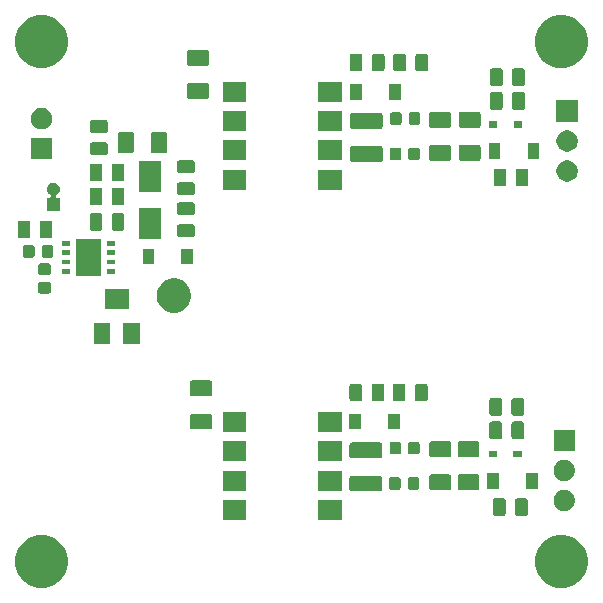
<source format=gbr>
G04 #@! TF.GenerationSoftware,KiCad,Pcbnew,5.1.5+dfsg1-2build2*
G04 #@! TF.CreationDate,2021-07-02T23:51:08+02:00*
G04 #@! TF.ProjectId,flyback_DCM,666c7962-6163-46b5-9f44-434d2e6b6963,rev?*
G04 #@! TF.SameCoordinates,Original*
G04 #@! TF.FileFunction,Soldermask,Top*
G04 #@! TF.FilePolarity,Negative*
%FSLAX46Y46*%
G04 Gerber Fmt 4.6, Leading zero omitted, Abs format (unit mm)*
G04 Created by KiCad (PCBNEW 5.1.5+dfsg1-2build2) date 2021-07-02 23:51:08*
%MOMM*%
%LPD*%
G04 APERTURE LIST*
%ADD10C,0.100000*%
G04 APERTURE END LIST*
D10*
G36*
X167275880Y-124759776D02*
G01*
X167656593Y-124835504D01*
X168066249Y-125005189D01*
X168434929Y-125251534D01*
X168748466Y-125565071D01*
X168994811Y-125933751D01*
X169164496Y-126343407D01*
X169251000Y-126778296D01*
X169251000Y-127221704D01*
X169164496Y-127656593D01*
X168994811Y-128066249D01*
X168748466Y-128434929D01*
X168434929Y-128748466D01*
X168066249Y-128994811D01*
X167656593Y-129164496D01*
X167275880Y-129240224D01*
X167221705Y-129251000D01*
X166778295Y-129251000D01*
X166724120Y-129240224D01*
X166343407Y-129164496D01*
X165933751Y-128994811D01*
X165565071Y-128748466D01*
X165251534Y-128434929D01*
X165005189Y-128066249D01*
X164835504Y-127656593D01*
X164749000Y-127221704D01*
X164749000Y-126778296D01*
X164835504Y-126343407D01*
X165005189Y-125933751D01*
X165251534Y-125565071D01*
X165565071Y-125251534D01*
X165933751Y-125005189D01*
X166343407Y-124835504D01*
X166724120Y-124759776D01*
X166778295Y-124749000D01*
X167221705Y-124749000D01*
X167275880Y-124759776D01*
G37*
G36*
X123275880Y-124759776D02*
G01*
X123656593Y-124835504D01*
X124066249Y-125005189D01*
X124434929Y-125251534D01*
X124748466Y-125565071D01*
X124994811Y-125933751D01*
X125164496Y-126343407D01*
X125251000Y-126778296D01*
X125251000Y-127221704D01*
X125164496Y-127656593D01*
X124994811Y-128066249D01*
X124748466Y-128434929D01*
X124434929Y-128748466D01*
X124066249Y-128994811D01*
X123656593Y-129164496D01*
X123275880Y-129240224D01*
X123221705Y-129251000D01*
X122778295Y-129251000D01*
X122724120Y-129240224D01*
X122343407Y-129164496D01*
X121933751Y-128994811D01*
X121565071Y-128748466D01*
X121251534Y-128434929D01*
X121005189Y-128066249D01*
X120835504Y-127656593D01*
X120749000Y-127221704D01*
X120749000Y-126778296D01*
X120835504Y-126343407D01*
X121005189Y-125933751D01*
X121251534Y-125565071D01*
X121565071Y-125251534D01*
X121933751Y-125005189D01*
X122343407Y-124835504D01*
X122724120Y-124759776D01*
X122778295Y-124749000D01*
X123221705Y-124749000D01*
X123275880Y-124759776D01*
G37*
G36*
X148451000Y-123491000D02*
G01*
X146449000Y-123491000D01*
X146449000Y-121789000D01*
X148451000Y-121789000D01*
X148451000Y-123491000D01*
G37*
G36*
X140351000Y-123491000D02*
G01*
X138349000Y-123491000D01*
X138349000Y-121789000D01*
X140351000Y-121789000D01*
X140351000Y-123491000D01*
G37*
G36*
X162121968Y-121653565D02*
G01*
X162160638Y-121665296D01*
X162196277Y-121684346D01*
X162227517Y-121709983D01*
X162253154Y-121741223D01*
X162272204Y-121776862D01*
X162283935Y-121815532D01*
X162288500Y-121861888D01*
X162288500Y-122938112D01*
X162283935Y-122984468D01*
X162272204Y-123023138D01*
X162253154Y-123058777D01*
X162227517Y-123090017D01*
X162196277Y-123115654D01*
X162160638Y-123134704D01*
X162121968Y-123146435D01*
X162075612Y-123151000D01*
X161424388Y-123151000D01*
X161378032Y-123146435D01*
X161339362Y-123134704D01*
X161303723Y-123115654D01*
X161272483Y-123090017D01*
X161246846Y-123058777D01*
X161227796Y-123023138D01*
X161216065Y-122984468D01*
X161211500Y-122938112D01*
X161211500Y-121861888D01*
X161216065Y-121815532D01*
X161227796Y-121776862D01*
X161246846Y-121741223D01*
X161272483Y-121709983D01*
X161303723Y-121684346D01*
X161339362Y-121665296D01*
X161378032Y-121653565D01*
X161424388Y-121649000D01*
X162075612Y-121649000D01*
X162121968Y-121653565D01*
G37*
G36*
X163996968Y-121653565D02*
G01*
X164035638Y-121665296D01*
X164071277Y-121684346D01*
X164102517Y-121709983D01*
X164128154Y-121741223D01*
X164147204Y-121776862D01*
X164158935Y-121815532D01*
X164163500Y-121861888D01*
X164163500Y-122938112D01*
X164158935Y-122984468D01*
X164147204Y-123023138D01*
X164128154Y-123058777D01*
X164102517Y-123090017D01*
X164071277Y-123115654D01*
X164035638Y-123134704D01*
X163996968Y-123146435D01*
X163950612Y-123151000D01*
X163299388Y-123151000D01*
X163253032Y-123146435D01*
X163214362Y-123134704D01*
X163178723Y-123115654D01*
X163147483Y-123090017D01*
X163121846Y-123058777D01*
X163102796Y-123023138D01*
X163091065Y-122984468D01*
X163086500Y-122938112D01*
X163086500Y-121861888D01*
X163091065Y-121815532D01*
X163102796Y-121776862D01*
X163121846Y-121741223D01*
X163147483Y-121709983D01*
X163178723Y-121684346D01*
X163214362Y-121665296D01*
X163253032Y-121653565D01*
X163299388Y-121649000D01*
X163950612Y-121649000D01*
X163996968Y-121653565D01*
G37*
G36*
X167356674Y-120942567D02*
G01*
X167512812Y-120973624D01*
X167676784Y-121041544D01*
X167824354Y-121140147D01*
X167949853Y-121265646D01*
X168048456Y-121413216D01*
X168116376Y-121577188D01*
X168151000Y-121751259D01*
X168151000Y-121928741D01*
X168116376Y-122102812D01*
X168048456Y-122266784D01*
X167949853Y-122414354D01*
X167824354Y-122539853D01*
X167676784Y-122638456D01*
X167512812Y-122706376D01*
X167363512Y-122736073D01*
X167338742Y-122741000D01*
X167161258Y-122741000D01*
X167136488Y-122736073D01*
X166987188Y-122706376D01*
X166823216Y-122638456D01*
X166675646Y-122539853D01*
X166550147Y-122414354D01*
X166451544Y-122266784D01*
X166383624Y-122102812D01*
X166349000Y-121928741D01*
X166349000Y-121751259D01*
X166383624Y-121577188D01*
X166451544Y-121413216D01*
X166550147Y-121265646D01*
X166675646Y-121140147D01*
X166823216Y-121041544D01*
X166987188Y-120973624D01*
X167143326Y-120942567D01*
X167161258Y-120939000D01*
X167338742Y-120939000D01*
X167356674Y-120942567D01*
G37*
G36*
X151668604Y-119728347D02*
G01*
X151705144Y-119739432D01*
X151738821Y-119757433D01*
X151768341Y-119781659D01*
X151792567Y-119811179D01*
X151810568Y-119844856D01*
X151821653Y-119881396D01*
X151826000Y-119925538D01*
X151826000Y-120874462D01*
X151821653Y-120918604D01*
X151810568Y-120955144D01*
X151792567Y-120988821D01*
X151768341Y-121018341D01*
X151738821Y-121042567D01*
X151705144Y-121060568D01*
X151668604Y-121071653D01*
X151624462Y-121076000D01*
X149275538Y-121076000D01*
X149231396Y-121071653D01*
X149194856Y-121060568D01*
X149161179Y-121042567D01*
X149131659Y-121018341D01*
X149107433Y-120988821D01*
X149089432Y-120955144D01*
X149078347Y-120918604D01*
X149074000Y-120874462D01*
X149074000Y-119925538D01*
X149078347Y-119881396D01*
X149089432Y-119844856D01*
X149107433Y-119811179D01*
X149131659Y-119781659D01*
X149161179Y-119757433D01*
X149194856Y-119739432D01*
X149231396Y-119728347D01*
X149275538Y-119724000D01*
X151624462Y-119724000D01*
X151668604Y-119728347D01*
G37*
G36*
X140351000Y-121001000D02*
G01*
X138349000Y-121001000D01*
X138349000Y-119299000D01*
X140351000Y-119299000D01*
X140351000Y-121001000D01*
G37*
G36*
X148451000Y-121001000D02*
G01*
X146449000Y-121001000D01*
X146449000Y-119299000D01*
X148451000Y-119299000D01*
X148451000Y-121001000D01*
G37*
G36*
X159918604Y-119628347D02*
G01*
X159955144Y-119639432D01*
X159988821Y-119657433D01*
X160018341Y-119681659D01*
X160042567Y-119711179D01*
X160060568Y-119744856D01*
X160071653Y-119781396D01*
X160076000Y-119825538D01*
X160076000Y-120774462D01*
X160071653Y-120818604D01*
X160060568Y-120855144D01*
X160042567Y-120888821D01*
X160018341Y-120918341D01*
X159988821Y-120942567D01*
X159955144Y-120960568D01*
X159918604Y-120971653D01*
X159874462Y-120976000D01*
X158425538Y-120976000D01*
X158381396Y-120971653D01*
X158344856Y-120960568D01*
X158311179Y-120942567D01*
X158281659Y-120918341D01*
X158257433Y-120888821D01*
X158239432Y-120855144D01*
X158228347Y-120818604D01*
X158224000Y-120774462D01*
X158224000Y-119825538D01*
X158228347Y-119781396D01*
X158239432Y-119744856D01*
X158257433Y-119711179D01*
X158281659Y-119681659D01*
X158311179Y-119657433D01*
X158344856Y-119639432D01*
X158381396Y-119628347D01*
X158425538Y-119624000D01*
X159874462Y-119624000D01*
X159918604Y-119628347D01*
G37*
G36*
X157518604Y-119628347D02*
G01*
X157555144Y-119639432D01*
X157588821Y-119657433D01*
X157618341Y-119681659D01*
X157642567Y-119711179D01*
X157660568Y-119744856D01*
X157671653Y-119781396D01*
X157676000Y-119825538D01*
X157676000Y-120774462D01*
X157671653Y-120818604D01*
X157660568Y-120855144D01*
X157642567Y-120888821D01*
X157618341Y-120918341D01*
X157588821Y-120942567D01*
X157555144Y-120960568D01*
X157518604Y-120971653D01*
X157474462Y-120976000D01*
X156025538Y-120976000D01*
X155981396Y-120971653D01*
X155944856Y-120960568D01*
X155911179Y-120942567D01*
X155881659Y-120918341D01*
X155857433Y-120888821D01*
X155839432Y-120855144D01*
X155828347Y-120818604D01*
X155824000Y-120774462D01*
X155824000Y-119825538D01*
X155828347Y-119781396D01*
X155839432Y-119744856D01*
X155857433Y-119711179D01*
X155881659Y-119681659D01*
X155911179Y-119657433D01*
X155944856Y-119639432D01*
X155981396Y-119628347D01*
X156025538Y-119624000D01*
X157474462Y-119624000D01*
X157518604Y-119628347D01*
G37*
G36*
X154829591Y-119878085D02*
G01*
X154863569Y-119888393D01*
X154894890Y-119905134D01*
X154922339Y-119927661D01*
X154944866Y-119955110D01*
X154961607Y-119986431D01*
X154971915Y-120020409D01*
X154976000Y-120061890D01*
X154976000Y-120738110D01*
X154971915Y-120779591D01*
X154961607Y-120813569D01*
X154944866Y-120844890D01*
X154922339Y-120872339D01*
X154894890Y-120894866D01*
X154863569Y-120911607D01*
X154829591Y-120921915D01*
X154788110Y-120926000D01*
X154186890Y-120926000D01*
X154145409Y-120921915D01*
X154111431Y-120911607D01*
X154080110Y-120894866D01*
X154052661Y-120872339D01*
X154030134Y-120844890D01*
X154013393Y-120813569D01*
X154003085Y-120779591D01*
X153999000Y-120738110D01*
X153999000Y-120061890D01*
X154003085Y-120020409D01*
X154013393Y-119986431D01*
X154030134Y-119955110D01*
X154052661Y-119927661D01*
X154080110Y-119905134D01*
X154111431Y-119888393D01*
X154145409Y-119878085D01*
X154186890Y-119874000D01*
X154788110Y-119874000D01*
X154829591Y-119878085D01*
G37*
G36*
X153254591Y-119878085D02*
G01*
X153288569Y-119888393D01*
X153319890Y-119905134D01*
X153347339Y-119927661D01*
X153369866Y-119955110D01*
X153386607Y-119986431D01*
X153396915Y-120020409D01*
X153401000Y-120061890D01*
X153401000Y-120738110D01*
X153396915Y-120779591D01*
X153386607Y-120813569D01*
X153369866Y-120844890D01*
X153347339Y-120872339D01*
X153319890Y-120894866D01*
X153288569Y-120911607D01*
X153254591Y-120921915D01*
X153213110Y-120926000D01*
X152611890Y-120926000D01*
X152570409Y-120921915D01*
X152536431Y-120911607D01*
X152505110Y-120894866D01*
X152477661Y-120872339D01*
X152455134Y-120844890D01*
X152438393Y-120813569D01*
X152428085Y-120779591D01*
X152424000Y-120738110D01*
X152424000Y-120061890D01*
X152428085Y-120020409D01*
X152438393Y-119986431D01*
X152455134Y-119955110D01*
X152477661Y-119927661D01*
X152505110Y-119905134D01*
X152536431Y-119888393D01*
X152570409Y-119878085D01*
X152611890Y-119874000D01*
X153213110Y-119874000D01*
X153254591Y-119878085D01*
G37*
G36*
X165051000Y-120851000D02*
G01*
X164049000Y-120851000D01*
X164049000Y-119549000D01*
X165051000Y-119549000D01*
X165051000Y-120851000D01*
G37*
G36*
X161751000Y-120851000D02*
G01*
X160749000Y-120851000D01*
X160749000Y-119549000D01*
X161751000Y-119549000D01*
X161751000Y-120851000D01*
G37*
G36*
X167363512Y-118403927D02*
G01*
X167512812Y-118433624D01*
X167676784Y-118501544D01*
X167824354Y-118600147D01*
X167949853Y-118725646D01*
X168048456Y-118873216D01*
X168116376Y-119037188D01*
X168151000Y-119211259D01*
X168151000Y-119388741D01*
X168116376Y-119562812D01*
X168048456Y-119726784D01*
X167949853Y-119874354D01*
X167824354Y-119999853D01*
X167676784Y-120098456D01*
X167512812Y-120166376D01*
X167363512Y-120196073D01*
X167338742Y-120201000D01*
X167161258Y-120201000D01*
X167136488Y-120196073D01*
X166987188Y-120166376D01*
X166823216Y-120098456D01*
X166675646Y-119999853D01*
X166550147Y-119874354D01*
X166451544Y-119726784D01*
X166383624Y-119562812D01*
X166349000Y-119388741D01*
X166349000Y-119211259D01*
X166383624Y-119037188D01*
X166451544Y-118873216D01*
X166550147Y-118725646D01*
X166675646Y-118600147D01*
X166823216Y-118501544D01*
X166987188Y-118433624D01*
X167136488Y-118403927D01*
X167161258Y-118399000D01*
X167338742Y-118399000D01*
X167363512Y-118403927D01*
G37*
G36*
X148451000Y-118511000D02*
G01*
X146449000Y-118511000D01*
X146449000Y-116809000D01*
X148451000Y-116809000D01*
X148451000Y-118511000D01*
G37*
G36*
X140351000Y-118511000D02*
G01*
X138349000Y-118511000D01*
X138349000Y-116809000D01*
X140351000Y-116809000D01*
X140351000Y-118511000D01*
G37*
G36*
X151668604Y-116928347D02*
G01*
X151705144Y-116939432D01*
X151738821Y-116957433D01*
X151768341Y-116981659D01*
X151792567Y-117011179D01*
X151810568Y-117044856D01*
X151821653Y-117081396D01*
X151826000Y-117125538D01*
X151826000Y-118074462D01*
X151821653Y-118118604D01*
X151810568Y-118155144D01*
X151792567Y-118188821D01*
X151768341Y-118218341D01*
X151738821Y-118242567D01*
X151705144Y-118260568D01*
X151668604Y-118271653D01*
X151624462Y-118276000D01*
X149275538Y-118276000D01*
X149231396Y-118271653D01*
X149194856Y-118260568D01*
X149161179Y-118242567D01*
X149131659Y-118218341D01*
X149107433Y-118188821D01*
X149089432Y-118155144D01*
X149078347Y-118118604D01*
X149074000Y-118074462D01*
X149074000Y-117125538D01*
X149078347Y-117081396D01*
X149089432Y-117044856D01*
X149107433Y-117011179D01*
X149131659Y-116981659D01*
X149161179Y-116957433D01*
X149194856Y-116939432D01*
X149231396Y-116928347D01*
X149275538Y-116924000D01*
X151624462Y-116924000D01*
X151668604Y-116928347D01*
G37*
G36*
X161551000Y-118176000D02*
G01*
X160849000Y-118176000D01*
X160849000Y-117624000D01*
X161551000Y-117624000D01*
X161551000Y-118176000D01*
G37*
G36*
X163651000Y-118176000D02*
G01*
X162949000Y-118176000D01*
X162949000Y-117624000D01*
X163651000Y-117624000D01*
X163651000Y-118176000D01*
G37*
G36*
X159918604Y-116828347D02*
G01*
X159955144Y-116839432D01*
X159988821Y-116857433D01*
X160018341Y-116881659D01*
X160042567Y-116911179D01*
X160060568Y-116944856D01*
X160071653Y-116981396D01*
X160076000Y-117025538D01*
X160076000Y-117974462D01*
X160071653Y-118018604D01*
X160060568Y-118055144D01*
X160042567Y-118088821D01*
X160018341Y-118118341D01*
X159988821Y-118142567D01*
X159955144Y-118160568D01*
X159918604Y-118171653D01*
X159874462Y-118176000D01*
X158425538Y-118176000D01*
X158381396Y-118171653D01*
X158344856Y-118160568D01*
X158311179Y-118142567D01*
X158281659Y-118118341D01*
X158257433Y-118088821D01*
X158239432Y-118055144D01*
X158228347Y-118018604D01*
X158224000Y-117974462D01*
X158224000Y-117025538D01*
X158228347Y-116981396D01*
X158239432Y-116944856D01*
X158257433Y-116911179D01*
X158281659Y-116881659D01*
X158311179Y-116857433D01*
X158344856Y-116839432D01*
X158381396Y-116828347D01*
X158425538Y-116824000D01*
X159874462Y-116824000D01*
X159918604Y-116828347D01*
G37*
G36*
X157518604Y-116828347D02*
G01*
X157555144Y-116839432D01*
X157588821Y-116857433D01*
X157618341Y-116881659D01*
X157642567Y-116911179D01*
X157660568Y-116944856D01*
X157671653Y-116981396D01*
X157676000Y-117025538D01*
X157676000Y-117974462D01*
X157671653Y-118018604D01*
X157660568Y-118055144D01*
X157642567Y-118088821D01*
X157618341Y-118118341D01*
X157588821Y-118142567D01*
X157555144Y-118160568D01*
X157518604Y-118171653D01*
X157474462Y-118176000D01*
X156025538Y-118176000D01*
X155981396Y-118171653D01*
X155944856Y-118160568D01*
X155911179Y-118142567D01*
X155881659Y-118118341D01*
X155857433Y-118088821D01*
X155839432Y-118055144D01*
X155828347Y-118018604D01*
X155824000Y-117974462D01*
X155824000Y-117025538D01*
X155828347Y-116981396D01*
X155839432Y-116944856D01*
X155857433Y-116911179D01*
X155881659Y-116881659D01*
X155911179Y-116857433D01*
X155944856Y-116839432D01*
X155981396Y-116828347D01*
X156025538Y-116824000D01*
X157474462Y-116824000D01*
X157518604Y-116828347D01*
G37*
G36*
X153292091Y-116878085D02*
G01*
X153326069Y-116888393D01*
X153357390Y-116905134D01*
X153384839Y-116927661D01*
X153407366Y-116955110D01*
X153424107Y-116986431D01*
X153434415Y-117020409D01*
X153438500Y-117061890D01*
X153438500Y-117738110D01*
X153434415Y-117779591D01*
X153424107Y-117813569D01*
X153407366Y-117844890D01*
X153384839Y-117872339D01*
X153357390Y-117894866D01*
X153326069Y-117911607D01*
X153292091Y-117921915D01*
X153250610Y-117926000D01*
X152649390Y-117926000D01*
X152607909Y-117921915D01*
X152573931Y-117911607D01*
X152542610Y-117894866D01*
X152515161Y-117872339D01*
X152492634Y-117844890D01*
X152475893Y-117813569D01*
X152465585Y-117779591D01*
X152461500Y-117738110D01*
X152461500Y-117061890D01*
X152465585Y-117020409D01*
X152475893Y-116986431D01*
X152492634Y-116955110D01*
X152515161Y-116927661D01*
X152542610Y-116905134D01*
X152573931Y-116888393D01*
X152607909Y-116878085D01*
X152649390Y-116874000D01*
X153250610Y-116874000D01*
X153292091Y-116878085D01*
G37*
G36*
X154867091Y-116878085D02*
G01*
X154901069Y-116888393D01*
X154932390Y-116905134D01*
X154959839Y-116927661D01*
X154982366Y-116955110D01*
X154999107Y-116986431D01*
X155009415Y-117020409D01*
X155013500Y-117061890D01*
X155013500Y-117738110D01*
X155009415Y-117779591D01*
X154999107Y-117813569D01*
X154982366Y-117844890D01*
X154959839Y-117872339D01*
X154932390Y-117894866D01*
X154901069Y-117911607D01*
X154867091Y-117921915D01*
X154825610Y-117926000D01*
X154224390Y-117926000D01*
X154182909Y-117921915D01*
X154148931Y-117911607D01*
X154117610Y-117894866D01*
X154090161Y-117872339D01*
X154067634Y-117844890D01*
X154050893Y-117813569D01*
X154040585Y-117779591D01*
X154036500Y-117738110D01*
X154036500Y-117061890D01*
X154040585Y-117020409D01*
X154050893Y-116986431D01*
X154067634Y-116955110D01*
X154090161Y-116927661D01*
X154117610Y-116905134D01*
X154148931Y-116888393D01*
X154182909Y-116878085D01*
X154224390Y-116874000D01*
X154825610Y-116874000D01*
X154867091Y-116878085D01*
G37*
G36*
X168151000Y-117661000D02*
G01*
X166349000Y-117661000D01*
X166349000Y-115859000D01*
X168151000Y-115859000D01*
X168151000Y-117661000D01*
G37*
G36*
X163696968Y-115153565D02*
G01*
X163735638Y-115165296D01*
X163771277Y-115184346D01*
X163802517Y-115209983D01*
X163828154Y-115241223D01*
X163847204Y-115276862D01*
X163858935Y-115315532D01*
X163863500Y-115361888D01*
X163863500Y-116438112D01*
X163858935Y-116484468D01*
X163847204Y-116523138D01*
X163828154Y-116558777D01*
X163802517Y-116590017D01*
X163771277Y-116615654D01*
X163735638Y-116634704D01*
X163696968Y-116646435D01*
X163650612Y-116651000D01*
X162999388Y-116651000D01*
X162953032Y-116646435D01*
X162914362Y-116634704D01*
X162878723Y-116615654D01*
X162847483Y-116590017D01*
X162821846Y-116558777D01*
X162802796Y-116523138D01*
X162791065Y-116484468D01*
X162786500Y-116438112D01*
X162786500Y-115361888D01*
X162791065Y-115315532D01*
X162802796Y-115276862D01*
X162821846Y-115241223D01*
X162847483Y-115209983D01*
X162878723Y-115184346D01*
X162914362Y-115165296D01*
X162953032Y-115153565D01*
X162999388Y-115149000D01*
X163650612Y-115149000D01*
X163696968Y-115153565D01*
G37*
G36*
X161821968Y-115153565D02*
G01*
X161860638Y-115165296D01*
X161896277Y-115184346D01*
X161927517Y-115209983D01*
X161953154Y-115241223D01*
X161972204Y-115276862D01*
X161983935Y-115315532D01*
X161988500Y-115361888D01*
X161988500Y-116438112D01*
X161983935Y-116484468D01*
X161972204Y-116523138D01*
X161953154Y-116558777D01*
X161927517Y-116590017D01*
X161896277Y-116615654D01*
X161860638Y-116634704D01*
X161821968Y-116646435D01*
X161775612Y-116651000D01*
X161124388Y-116651000D01*
X161078032Y-116646435D01*
X161039362Y-116634704D01*
X161003723Y-116615654D01*
X160972483Y-116590017D01*
X160946846Y-116558777D01*
X160927796Y-116523138D01*
X160916065Y-116484468D01*
X160911500Y-116438112D01*
X160911500Y-115361888D01*
X160916065Y-115315532D01*
X160927796Y-115276862D01*
X160946846Y-115241223D01*
X160972483Y-115209983D01*
X161003723Y-115184346D01*
X161039362Y-115165296D01*
X161078032Y-115153565D01*
X161124388Y-115149000D01*
X161775612Y-115149000D01*
X161821968Y-115153565D01*
G37*
G36*
X148451000Y-116021000D02*
G01*
X146449000Y-116021000D01*
X146449000Y-114319000D01*
X148451000Y-114319000D01*
X148451000Y-116021000D01*
G37*
G36*
X140351000Y-116021000D02*
G01*
X138349000Y-116021000D01*
X138349000Y-114319000D01*
X140351000Y-114319000D01*
X140351000Y-116021000D01*
G37*
G36*
X137268604Y-114478347D02*
G01*
X137305144Y-114489432D01*
X137338821Y-114507433D01*
X137368341Y-114531659D01*
X137392567Y-114561179D01*
X137410568Y-114594856D01*
X137421653Y-114631396D01*
X137426000Y-114675538D01*
X137426000Y-115624462D01*
X137421653Y-115668604D01*
X137410568Y-115705144D01*
X137392567Y-115738821D01*
X137368341Y-115768341D01*
X137338821Y-115792567D01*
X137305144Y-115810568D01*
X137268604Y-115821653D01*
X137224462Y-115826000D01*
X135775538Y-115826000D01*
X135731396Y-115821653D01*
X135694856Y-115810568D01*
X135661179Y-115792567D01*
X135631659Y-115768341D01*
X135607433Y-115738821D01*
X135589432Y-115705144D01*
X135578347Y-115668604D01*
X135574000Y-115624462D01*
X135574000Y-114675538D01*
X135578347Y-114631396D01*
X135589432Y-114594856D01*
X135607433Y-114561179D01*
X135631659Y-114531659D01*
X135661179Y-114507433D01*
X135694856Y-114489432D01*
X135731396Y-114478347D01*
X135775538Y-114474000D01*
X137224462Y-114474000D01*
X137268604Y-114478347D01*
G37*
G36*
X150051000Y-115801000D02*
G01*
X149049000Y-115801000D01*
X149049000Y-114499000D01*
X150051000Y-114499000D01*
X150051000Y-115801000D01*
G37*
G36*
X153351000Y-115801000D02*
G01*
X152349000Y-115801000D01*
X152349000Y-114499000D01*
X153351000Y-114499000D01*
X153351000Y-115801000D01*
G37*
G36*
X161821968Y-113153565D02*
G01*
X161860638Y-113165296D01*
X161896277Y-113184346D01*
X161927517Y-113209983D01*
X161953154Y-113241223D01*
X161972204Y-113276862D01*
X161983935Y-113315532D01*
X161988500Y-113361888D01*
X161988500Y-114438112D01*
X161983935Y-114484468D01*
X161972204Y-114523138D01*
X161953154Y-114558777D01*
X161927517Y-114590017D01*
X161896277Y-114615654D01*
X161860638Y-114634704D01*
X161821968Y-114646435D01*
X161775612Y-114651000D01*
X161124388Y-114651000D01*
X161078032Y-114646435D01*
X161039362Y-114634704D01*
X161003723Y-114615654D01*
X160972483Y-114590017D01*
X160946846Y-114558777D01*
X160927796Y-114523138D01*
X160916065Y-114484468D01*
X160911500Y-114438112D01*
X160911500Y-113361888D01*
X160916065Y-113315532D01*
X160927796Y-113276862D01*
X160946846Y-113241223D01*
X160972483Y-113209983D01*
X161003723Y-113184346D01*
X161039362Y-113165296D01*
X161078032Y-113153565D01*
X161124388Y-113149000D01*
X161775612Y-113149000D01*
X161821968Y-113153565D01*
G37*
G36*
X163696968Y-113153565D02*
G01*
X163735638Y-113165296D01*
X163771277Y-113184346D01*
X163802517Y-113209983D01*
X163828154Y-113241223D01*
X163847204Y-113276862D01*
X163858935Y-113315532D01*
X163863500Y-113361888D01*
X163863500Y-114438112D01*
X163858935Y-114484468D01*
X163847204Y-114523138D01*
X163828154Y-114558777D01*
X163802517Y-114590017D01*
X163771277Y-114615654D01*
X163735638Y-114634704D01*
X163696968Y-114646435D01*
X163650612Y-114651000D01*
X162999388Y-114651000D01*
X162953032Y-114646435D01*
X162914362Y-114634704D01*
X162878723Y-114615654D01*
X162847483Y-114590017D01*
X162821846Y-114558777D01*
X162802796Y-114523138D01*
X162791065Y-114484468D01*
X162786500Y-114438112D01*
X162786500Y-113361888D01*
X162791065Y-113315532D01*
X162802796Y-113276862D01*
X162821846Y-113241223D01*
X162847483Y-113209983D01*
X162878723Y-113184346D01*
X162914362Y-113165296D01*
X162953032Y-113153565D01*
X162999388Y-113149000D01*
X163650612Y-113149000D01*
X163696968Y-113153565D01*
G37*
G36*
X155521968Y-111953565D02*
G01*
X155560638Y-111965296D01*
X155596277Y-111984346D01*
X155627517Y-112009983D01*
X155653154Y-112041223D01*
X155672204Y-112076862D01*
X155683935Y-112115532D01*
X155688500Y-112161888D01*
X155688500Y-113238112D01*
X155683935Y-113284468D01*
X155672204Y-113323138D01*
X155653154Y-113358777D01*
X155627517Y-113390017D01*
X155596277Y-113415654D01*
X155560638Y-113434704D01*
X155521968Y-113446435D01*
X155475612Y-113451000D01*
X154824388Y-113451000D01*
X154778032Y-113446435D01*
X154739362Y-113434704D01*
X154703723Y-113415654D01*
X154672483Y-113390017D01*
X154646846Y-113358777D01*
X154627796Y-113323138D01*
X154616065Y-113284468D01*
X154611500Y-113238112D01*
X154611500Y-112161888D01*
X154616065Y-112115532D01*
X154627796Y-112076862D01*
X154646846Y-112041223D01*
X154672483Y-112009983D01*
X154703723Y-111984346D01*
X154739362Y-111965296D01*
X154778032Y-111953565D01*
X154824388Y-111949000D01*
X155475612Y-111949000D01*
X155521968Y-111953565D01*
G37*
G36*
X153646968Y-111953565D02*
G01*
X153685638Y-111965296D01*
X153721277Y-111984346D01*
X153752517Y-112009983D01*
X153778154Y-112041223D01*
X153797204Y-112076862D01*
X153808935Y-112115532D01*
X153813500Y-112161888D01*
X153813500Y-113238112D01*
X153808935Y-113284468D01*
X153797204Y-113323138D01*
X153778154Y-113358777D01*
X153752517Y-113390017D01*
X153721277Y-113415654D01*
X153685638Y-113434704D01*
X153646968Y-113446435D01*
X153600612Y-113451000D01*
X152949388Y-113451000D01*
X152903032Y-113446435D01*
X152864362Y-113434704D01*
X152828723Y-113415654D01*
X152797483Y-113390017D01*
X152771846Y-113358777D01*
X152752796Y-113323138D01*
X152741065Y-113284468D01*
X152736500Y-113238112D01*
X152736500Y-112161888D01*
X152741065Y-112115532D01*
X152752796Y-112076862D01*
X152771846Y-112041223D01*
X152797483Y-112009983D01*
X152828723Y-111984346D01*
X152864362Y-111965296D01*
X152903032Y-111953565D01*
X152949388Y-111949000D01*
X153600612Y-111949000D01*
X153646968Y-111953565D01*
G37*
G36*
X149984468Y-111953565D02*
G01*
X150023138Y-111965296D01*
X150058777Y-111984346D01*
X150090017Y-112009983D01*
X150115654Y-112041223D01*
X150134704Y-112076862D01*
X150146435Y-112115532D01*
X150151000Y-112161888D01*
X150151000Y-113238112D01*
X150146435Y-113284468D01*
X150134704Y-113323138D01*
X150115654Y-113358777D01*
X150090017Y-113390017D01*
X150058777Y-113415654D01*
X150023138Y-113434704D01*
X149984468Y-113446435D01*
X149938112Y-113451000D01*
X149286888Y-113451000D01*
X149240532Y-113446435D01*
X149201862Y-113434704D01*
X149166223Y-113415654D01*
X149134983Y-113390017D01*
X149109346Y-113358777D01*
X149090296Y-113323138D01*
X149078565Y-113284468D01*
X149074000Y-113238112D01*
X149074000Y-112161888D01*
X149078565Y-112115532D01*
X149090296Y-112076862D01*
X149109346Y-112041223D01*
X149134983Y-112009983D01*
X149166223Y-111984346D01*
X149201862Y-111965296D01*
X149240532Y-111953565D01*
X149286888Y-111949000D01*
X149938112Y-111949000D01*
X149984468Y-111953565D01*
G37*
G36*
X151859468Y-111953565D02*
G01*
X151898138Y-111965296D01*
X151933777Y-111984346D01*
X151965017Y-112009983D01*
X151990654Y-112041223D01*
X152009704Y-112076862D01*
X152021435Y-112115532D01*
X152026000Y-112161888D01*
X152026000Y-113238112D01*
X152021435Y-113284468D01*
X152009704Y-113323138D01*
X151990654Y-113358777D01*
X151965017Y-113390017D01*
X151933777Y-113415654D01*
X151898138Y-113434704D01*
X151859468Y-113446435D01*
X151813112Y-113451000D01*
X151161888Y-113451000D01*
X151115532Y-113446435D01*
X151076862Y-113434704D01*
X151041223Y-113415654D01*
X151009983Y-113390017D01*
X150984346Y-113358777D01*
X150965296Y-113323138D01*
X150953565Y-113284468D01*
X150949000Y-113238112D01*
X150949000Y-112161888D01*
X150953565Y-112115532D01*
X150965296Y-112076862D01*
X150984346Y-112041223D01*
X151009983Y-112009983D01*
X151041223Y-111984346D01*
X151076862Y-111965296D01*
X151115532Y-111953565D01*
X151161888Y-111949000D01*
X151813112Y-111949000D01*
X151859468Y-111953565D01*
G37*
G36*
X137268604Y-111678347D02*
G01*
X137305144Y-111689432D01*
X137338821Y-111707433D01*
X137368341Y-111731659D01*
X137392567Y-111761179D01*
X137410568Y-111794856D01*
X137421653Y-111831396D01*
X137426000Y-111875538D01*
X137426000Y-112824462D01*
X137421653Y-112868604D01*
X137410568Y-112905144D01*
X137392567Y-112938821D01*
X137368341Y-112968341D01*
X137338821Y-112992567D01*
X137305144Y-113010568D01*
X137268604Y-113021653D01*
X137224462Y-113026000D01*
X135775538Y-113026000D01*
X135731396Y-113021653D01*
X135694856Y-113010568D01*
X135661179Y-112992567D01*
X135631659Y-112968341D01*
X135607433Y-112938821D01*
X135589432Y-112905144D01*
X135578347Y-112868604D01*
X135574000Y-112824462D01*
X135574000Y-111875538D01*
X135578347Y-111831396D01*
X135589432Y-111794856D01*
X135607433Y-111761179D01*
X135631659Y-111731659D01*
X135661179Y-111707433D01*
X135694856Y-111689432D01*
X135731396Y-111678347D01*
X135775538Y-111674000D01*
X137224462Y-111674000D01*
X137268604Y-111678347D01*
G37*
G36*
X131333000Y-108551000D02*
G01*
X129931000Y-108551000D01*
X129931000Y-106849000D01*
X131333000Y-106849000D01*
X131333000Y-108551000D01*
G37*
G36*
X128833000Y-108551000D02*
G01*
X127431000Y-108551000D01*
X127431000Y-106849000D01*
X128833000Y-106849000D01*
X128833000Y-108551000D01*
G37*
G36*
X134631241Y-103088760D02*
G01*
X134895305Y-103198139D01*
X135132958Y-103356934D01*
X135335066Y-103559042D01*
X135493861Y-103796695D01*
X135603240Y-104060759D01*
X135659000Y-104341088D01*
X135659000Y-104626912D01*
X135603240Y-104907241D01*
X135493861Y-105171305D01*
X135335066Y-105408958D01*
X135132958Y-105611066D01*
X134895305Y-105769861D01*
X134631241Y-105879240D01*
X134350912Y-105935000D01*
X134065088Y-105935000D01*
X133784759Y-105879240D01*
X133520695Y-105769861D01*
X133283042Y-105611066D01*
X133080934Y-105408958D01*
X132922139Y-105171305D01*
X132812760Y-104907241D01*
X132757000Y-104626912D01*
X132757000Y-104341088D01*
X132812760Y-104060759D01*
X132922139Y-103796695D01*
X133080934Y-103559042D01*
X133283042Y-103356934D01*
X133520695Y-103198139D01*
X133784759Y-103088760D01*
X134065088Y-103033000D01*
X134350912Y-103033000D01*
X134631241Y-103088760D01*
G37*
G36*
X130433000Y-105651000D02*
G01*
X128331000Y-105651000D01*
X128331000Y-103949000D01*
X130433000Y-103949000D01*
X130433000Y-105651000D01*
G37*
G36*
X123629591Y-103340585D02*
G01*
X123663569Y-103350893D01*
X123694890Y-103367634D01*
X123722339Y-103390161D01*
X123744866Y-103417610D01*
X123761607Y-103448931D01*
X123771915Y-103482909D01*
X123776000Y-103524390D01*
X123776000Y-104125610D01*
X123771915Y-104167091D01*
X123761607Y-104201069D01*
X123744866Y-104232390D01*
X123722339Y-104259839D01*
X123694890Y-104282366D01*
X123663569Y-104299107D01*
X123629591Y-104309415D01*
X123588110Y-104313500D01*
X122911890Y-104313500D01*
X122870409Y-104309415D01*
X122836431Y-104299107D01*
X122805110Y-104282366D01*
X122777661Y-104259839D01*
X122755134Y-104232390D01*
X122738393Y-104201069D01*
X122728085Y-104167091D01*
X122724000Y-104125610D01*
X122724000Y-103524390D01*
X122728085Y-103482909D01*
X122738393Y-103448931D01*
X122755134Y-103417610D01*
X122777661Y-103390161D01*
X122805110Y-103367634D01*
X122836431Y-103350893D01*
X122870409Y-103340585D01*
X122911890Y-103336500D01*
X123588110Y-103336500D01*
X123629591Y-103340585D01*
G37*
G36*
X128041000Y-102800999D02*
G01*
X125959000Y-102800999D01*
X125959000Y-99699001D01*
X128041000Y-99699001D01*
X128041000Y-102800999D01*
G37*
G36*
X123629591Y-101765585D02*
G01*
X123663569Y-101775893D01*
X123694890Y-101792634D01*
X123722339Y-101815161D01*
X123744866Y-101842610D01*
X123761607Y-101873931D01*
X123771915Y-101907909D01*
X123776000Y-101949390D01*
X123776000Y-102550610D01*
X123771915Y-102592091D01*
X123761607Y-102626069D01*
X123744866Y-102657390D01*
X123722339Y-102684839D01*
X123694890Y-102707366D01*
X123663569Y-102724107D01*
X123629591Y-102734415D01*
X123588110Y-102738500D01*
X122911890Y-102738500D01*
X122870409Y-102734415D01*
X122836431Y-102724107D01*
X122805110Y-102707366D01*
X122777661Y-102684839D01*
X122755134Y-102657390D01*
X122738393Y-102626069D01*
X122728085Y-102592091D01*
X122724000Y-102550610D01*
X122724000Y-101949390D01*
X122728085Y-101907909D01*
X122738393Y-101873931D01*
X122755134Y-101842610D01*
X122777661Y-101815161D01*
X122805110Y-101792634D01*
X122836431Y-101775893D01*
X122870409Y-101765585D01*
X122911890Y-101761500D01*
X123588110Y-101761500D01*
X123629591Y-101765585D01*
G37*
G36*
X125451000Y-102651002D02*
G01*
X124749002Y-102651002D01*
X124749002Y-102249004D01*
X125451000Y-102249004D01*
X125451000Y-102651002D01*
G37*
G36*
X129250998Y-102651002D02*
G01*
X128549000Y-102651002D01*
X128549000Y-102249004D01*
X129250998Y-102249004D01*
X129250998Y-102651002D01*
G37*
G36*
X129250998Y-101851001D02*
G01*
X128549000Y-101851001D01*
X128549000Y-101449003D01*
X129250998Y-101449003D01*
X129250998Y-101851001D01*
G37*
G36*
X125451000Y-101851001D02*
G01*
X124749002Y-101851001D01*
X124749002Y-101449003D01*
X125451000Y-101449003D01*
X125451000Y-101851001D01*
G37*
G36*
X135851000Y-101833000D02*
G01*
X134849000Y-101833000D01*
X134849000Y-100531000D01*
X135851000Y-100531000D01*
X135851000Y-101833000D01*
G37*
G36*
X132551000Y-101833000D02*
G01*
X131549000Y-101833000D01*
X131549000Y-100531000D01*
X132551000Y-100531000D01*
X132551000Y-101833000D01*
G37*
G36*
X123842091Y-100228085D02*
G01*
X123876069Y-100238393D01*
X123907390Y-100255134D01*
X123934839Y-100277661D01*
X123957366Y-100305110D01*
X123974107Y-100336431D01*
X123984415Y-100370409D01*
X123988500Y-100411890D01*
X123988500Y-101088110D01*
X123984415Y-101129591D01*
X123974107Y-101163569D01*
X123957366Y-101194890D01*
X123934839Y-101222339D01*
X123907390Y-101244866D01*
X123876069Y-101261607D01*
X123842091Y-101271915D01*
X123800610Y-101276000D01*
X123199390Y-101276000D01*
X123157909Y-101271915D01*
X123123931Y-101261607D01*
X123092610Y-101244866D01*
X123065161Y-101222339D01*
X123042634Y-101194890D01*
X123025893Y-101163569D01*
X123015585Y-101129591D01*
X123011500Y-101088110D01*
X123011500Y-100411890D01*
X123015585Y-100370409D01*
X123025893Y-100336431D01*
X123042634Y-100305110D01*
X123065161Y-100277661D01*
X123092610Y-100255134D01*
X123123931Y-100238393D01*
X123157909Y-100228085D01*
X123199390Y-100224000D01*
X123800610Y-100224000D01*
X123842091Y-100228085D01*
G37*
G36*
X122267091Y-100228085D02*
G01*
X122301069Y-100238393D01*
X122332390Y-100255134D01*
X122359839Y-100277661D01*
X122382366Y-100305110D01*
X122399107Y-100336431D01*
X122409415Y-100370409D01*
X122413500Y-100411890D01*
X122413500Y-101088110D01*
X122409415Y-101129591D01*
X122399107Y-101163569D01*
X122382366Y-101194890D01*
X122359839Y-101222339D01*
X122332390Y-101244866D01*
X122301069Y-101261607D01*
X122267091Y-101271915D01*
X122225610Y-101276000D01*
X121624390Y-101276000D01*
X121582909Y-101271915D01*
X121548931Y-101261607D01*
X121517610Y-101244866D01*
X121490161Y-101222339D01*
X121467634Y-101194890D01*
X121450893Y-101163569D01*
X121440585Y-101129591D01*
X121436500Y-101088110D01*
X121436500Y-100411890D01*
X121440585Y-100370409D01*
X121450893Y-100336431D01*
X121467634Y-100305110D01*
X121490161Y-100277661D01*
X121517610Y-100255134D01*
X121548931Y-100238393D01*
X121582909Y-100228085D01*
X121624390Y-100224000D01*
X122225610Y-100224000D01*
X122267091Y-100228085D01*
G37*
G36*
X125451000Y-101051002D02*
G01*
X124749002Y-101051002D01*
X124749002Y-100649004D01*
X125451000Y-100649004D01*
X125451000Y-101051002D01*
G37*
G36*
X129250998Y-101051002D02*
G01*
X128549000Y-101051002D01*
X128549000Y-100649004D01*
X129250998Y-100649004D01*
X129250998Y-101051002D01*
G37*
G36*
X125451000Y-100251001D02*
G01*
X124749002Y-100251001D01*
X124749002Y-99849003D01*
X125451000Y-99849003D01*
X125451000Y-100251001D01*
G37*
G36*
X129250998Y-100251001D02*
G01*
X128549000Y-100251001D01*
X128549000Y-99849003D01*
X129250998Y-99849003D01*
X129250998Y-100251001D01*
G37*
G36*
X133127000Y-99689000D02*
G01*
X131225000Y-99689000D01*
X131225000Y-97087000D01*
X133127000Y-97087000D01*
X133127000Y-99689000D01*
G37*
G36*
X121879968Y-98149565D02*
G01*
X121918638Y-98161296D01*
X121954277Y-98180346D01*
X121985517Y-98205983D01*
X122011154Y-98237223D01*
X122030204Y-98272862D01*
X122041935Y-98311532D01*
X122046500Y-98357888D01*
X122046500Y-99434112D01*
X122041935Y-99480468D01*
X122030204Y-99519138D01*
X122011154Y-99554777D01*
X121985517Y-99586017D01*
X121954277Y-99611654D01*
X121918638Y-99630704D01*
X121879968Y-99642435D01*
X121833612Y-99647000D01*
X121182388Y-99647000D01*
X121136032Y-99642435D01*
X121097362Y-99630704D01*
X121061723Y-99611654D01*
X121030483Y-99586017D01*
X121004846Y-99554777D01*
X120985796Y-99519138D01*
X120974065Y-99480468D01*
X120969500Y-99434112D01*
X120969500Y-98357888D01*
X120974065Y-98311532D01*
X120985796Y-98272862D01*
X121004846Y-98237223D01*
X121030483Y-98205983D01*
X121061723Y-98180346D01*
X121097362Y-98161296D01*
X121136032Y-98149565D01*
X121182388Y-98145000D01*
X121833612Y-98145000D01*
X121879968Y-98149565D01*
G37*
G36*
X123754968Y-98149565D02*
G01*
X123793638Y-98161296D01*
X123829277Y-98180346D01*
X123860517Y-98205983D01*
X123886154Y-98237223D01*
X123905204Y-98272862D01*
X123916935Y-98311532D01*
X123921500Y-98357888D01*
X123921500Y-99434112D01*
X123916935Y-99480468D01*
X123905204Y-99519138D01*
X123886154Y-99554777D01*
X123860517Y-99586017D01*
X123829277Y-99611654D01*
X123793638Y-99630704D01*
X123754968Y-99642435D01*
X123708612Y-99647000D01*
X123057388Y-99647000D01*
X123011032Y-99642435D01*
X122972362Y-99630704D01*
X122936723Y-99611654D01*
X122905483Y-99586017D01*
X122879846Y-99554777D01*
X122860796Y-99519138D01*
X122849065Y-99480468D01*
X122844500Y-99434112D01*
X122844500Y-98357888D01*
X122849065Y-98311532D01*
X122860796Y-98272862D01*
X122879846Y-98237223D01*
X122905483Y-98205983D01*
X122936723Y-98180346D01*
X122972362Y-98161296D01*
X123011032Y-98149565D01*
X123057388Y-98145000D01*
X123708612Y-98145000D01*
X123754968Y-98149565D01*
G37*
G36*
X135808468Y-98459065D02*
G01*
X135847138Y-98470796D01*
X135882777Y-98489846D01*
X135914017Y-98515483D01*
X135939654Y-98546723D01*
X135958704Y-98582362D01*
X135970435Y-98621032D01*
X135975000Y-98667388D01*
X135975000Y-99318612D01*
X135970435Y-99364968D01*
X135958704Y-99403638D01*
X135939654Y-99439277D01*
X135914017Y-99470517D01*
X135882777Y-99496154D01*
X135847138Y-99515204D01*
X135808468Y-99526935D01*
X135762112Y-99531500D01*
X134685888Y-99531500D01*
X134639532Y-99526935D01*
X134600862Y-99515204D01*
X134565223Y-99496154D01*
X134533983Y-99470517D01*
X134508346Y-99439277D01*
X134489296Y-99403638D01*
X134477565Y-99364968D01*
X134473000Y-99318612D01*
X134473000Y-98667388D01*
X134477565Y-98621032D01*
X134489296Y-98582362D01*
X134508346Y-98546723D01*
X134533983Y-98515483D01*
X134565223Y-98489846D01*
X134600862Y-98470796D01*
X134639532Y-98459065D01*
X134685888Y-98454500D01*
X135762112Y-98454500D01*
X135808468Y-98459065D01*
G37*
G36*
X129850968Y-97503565D02*
G01*
X129889638Y-97515296D01*
X129925277Y-97534346D01*
X129956517Y-97559983D01*
X129982154Y-97591223D01*
X130001204Y-97626862D01*
X130012935Y-97665532D01*
X130017500Y-97711888D01*
X130017500Y-98788112D01*
X130012935Y-98834468D01*
X130001204Y-98873138D01*
X129982154Y-98908777D01*
X129956517Y-98940017D01*
X129925277Y-98965654D01*
X129889638Y-98984704D01*
X129850968Y-98996435D01*
X129804612Y-99001000D01*
X129153388Y-99001000D01*
X129107032Y-98996435D01*
X129068362Y-98984704D01*
X129032723Y-98965654D01*
X129001483Y-98940017D01*
X128975846Y-98908777D01*
X128956796Y-98873138D01*
X128945065Y-98834468D01*
X128940500Y-98788112D01*
X128940500Y-97711888D01*
X128945065Y-97665532D01*
X128956796Y-97626862D01*
X128975846Y-97591223D01*
X129001483Y-97559983D01*
X129032723Y-97534346D01*
X129068362Y-97515296D01*
X129107032Y-97503565D01*
X129153388Y-97499000D01*
X129804612Y-97499000D01*
X129850968Y-97503565D01*
G37*
G36*
X127975968Y-97503565D02*
G01*
X128014638Y-97515296D01*
X128050277Y-97534346D01*
X128081517Y-97559983D01*
X128107154Y-97591223D01*
X128126204Y-97626862D01*
X128137935Y-97665532D01*
X128142500Y-97711888D01*
X128142500Y-98788112D01*
X128137935Y-98834468D01*
X128126204Y-98873138D01*
X128107154Y-98908777D01*
X128081517Y-98940017D01*
X128050277Y-98965654D01*
X128014638Y-98984704D01*
X127975968Y-98996435D01*
X127929612Y-99001000D01*
X127278388Y-99001000D01*
X127232032Y-98996435D01*
X127193362Y-98984704D01*
X127157723Y-98965654D01*
X127126483Y-98940017D01*
X127100846Y-98908777D01*
X127081796Y-98873138D01*
X127070065Y-98834468D01*
X127065500Y-98788112D01*
X127065500Y-97711888D01*
X127070065Y-97665532D01*
X127081796Y-97626862D01*
X127100846Y-97591223D01*
X127126483Y-97559983D01*
X127157723Y-97534346D01*
X127193362Y-97515296D01*
X127232032Y-97503565D01*
X127278388Y-97499000D01*
X127929612Y-97499000D01*
X127975968Y-97503565D01*
G37*
G36*
X135808468Y-96584065D02*
G01*
X135847138Y-96595796D01*
X135882777Y-96614846D01*
X135914017Y-96640483D01*
X135939654Y-96671723D01*
X135958704Y-96707362D01*
X135970435Y-96746032D01*
X135975000Y-96792388D01*
X135975000Y-97443612D01*
X135970435Y-97489968D01*
X135958704Y-97528638D01*
X135939654Y-97564277D01*
X135914017Y-97595517D01*
X135882777Y-97621154D01*
X135847138Y-97640204D01*
X135808468Y-97651935D01*
X135762112Y-97656500D01*
X134685888Y-97656500D01*
X134639532Y-97651935D01*
X134600862Y-97640204D01*
X134565223Y-97621154D01*
X134533983Y-97595517D01*
X134508346Y-97564277D01*
X134489296Y-97528638D01*
X134477565Y-97489968D01*
X134473000Y-97443612D01*
X134473000Y-96792388D01*
X134477565Y-96746032D01*
X134489296Y-96707362D01*
X134508346Y-96671723D01*
X134533983Y-96640483D01*
X134565223Y-96614846D01*
X134600862Y-96595796D01*
X134639532Y-96584065D01*
X134685888Y-96579500D01*
X135762112Y-96579500D01*
X135808468Y-96584065D01*
G37*
G36*
X124160721Y-94950174D02*
G01*
X124260995Y-94991709D01*
X124260996Y-94991710D01*
X124351242Y-95052010D01*
X124427990Y-95128758D01*
X124427991Y-95128760D01*
X124488291Y-95219005D01*
X124529826Y-95319279D01*
X124551000Y-95425730D01*
X124551000Y-95534270D01*
X124529826Y-95640721D01*
X124488291Y-95740995D01*
X124488290Y-95740996D01*
X124427990Y-95831242D01*
X124351242Y-95907990D01*
X124319816Y-95928988D01*
X124258336Y-95970068D01*
X124239394Y-95985614D01*
X124223849Y-96004556D01*
X124212298Y-96026167D01*
X124205185Y-96049615D01*
X124202783Y-96074002D01*
X124205185Y-96098388D01*
X124212298Y-96121837D01*
X124223849Y-96143447D01*
X124239395Y-96162389D01*
X124258337Y-96177934D01*
X124279948Y-96189485D01*
X124303396Y-96196598D01*
X124327782Y-96199000D01*
X124551000Y-96199000D01*
X124551000Y-97301000D01*
X123449000Y-97301000D01*
X123449000Y-96199000D01*
X123672218Y-96199000D01*
X123696604Y-96196598D01*
X123720053Y-96189485D01*
X123741664Y-96177934D01*
X123760606Y-96162389D01*
X123776151Y-96143447D01*
X123787702Y-96121836D01*
X123794815Y-96098387D01*
X123797217Y-96074001D01*
X123794815Y-96049615D01*
X123787702Y-96026166D01*
X123776151Y-96004555D01*
X123760606Y-95985613D01*
X123741664Y-95970068D01*
X123680184Y-95928988D01*
X123648758Y-95907990D01*
X123572010Y-95831242D01*
X123511710Y-95740996D01*
X123511709Y-95740995D01*
X123470174Y-95640721D01*
X123449000Y-95534270D01*
X123449000Y-95425730D01*
X123470174Y-95319279D01*
X123511709Y-95219005D01*
X123572009Y-95128760D01*
X123572010Y-95128758D01*
X123648758Y-95052010D01*
X123739004Y-94991710D01*
X123739005Y-94991709D01*
X123839279Y-94950174D01*
X123945730Y-94929000D01*
X124054270Y-94929000D01*
X124160721Y-94950174D01*
G37*
G36*
X129850968Y-95355565D02*
G01*
X129889638Y-95367296D01*
X129925277Y-95386346D01*
X129956517Y-95411983D01*
X129982154Y-95443223D01*
X130001204Y-95478862D01*
X130012935Y-95517532D01*
X130017500Y-95563888D01*
X130017500Y-96640112D01*
X130012935Y-96686468D01*
X130001204Y-96725138D01*
X129982154Y-96760777D01*
X129956517Y-96792017D01*
X129925277Y-96817654D01*
X129889638Y-96836704D01*
X129850968Y-96848435D01*
X129804612Y-96853000D01*
X129153388Y-96853000D01*
X129107032Y-96848435D01*
X129068362Y-96836704D01*
X129032723Y-96817654D01*
X129001483Y-96792017D01*
X128975846Y-96760777D01*
X128956796Y-96725138D01*
X128945065Y-96686468D01*
X128940500Y-96640112D01*
X128940500Y-95563888D01*
X128945065Y-95517532D01*
X128956796Y-95478862D01*
X128975846Y-95443223D01*
X129001483Y-95411983D01*
X129032723Y-95386346D01*
X129068362Y-95367296D01*
X129107032Y-95355565D01*
X129153388Y-95351000D01*
X129804612Y-95351000D01*
X129850968Y-95355565D01*
G37*
G36*
X127975968Y-95355565D02*
G01*
X128014638Y-95367296D01*
X128050277Y-95386346D01*
X128081517Y-95411983D01*
X128107154Y-95443223D01*
X128126204Y-95478862D01*
X128137935Y-95517532D01*
X128142500Y-95563888D01*
X128142500Y-96640112D01*
X128137935Y-96686468D01*
X128126204Y-96725138D01*
X128107154Y-96760777D01*
X128081517Y-96792017D01*
X128050277Y-96817654D01*
X128014638Y-96836704D01*
X127975968Y-96848435D01*
X127929612Y-96853000D01*
X127278388Y-96853000D01*
X127232032Y-96848435D01*
X127193362Y-96836704D01*
X127157723Y-96817654D01*
X127126483Y-96792017D01*
X127100846Y-96760777D01*
X127081796Y-96725138D01*
X127070065Y-96686468D01*
X127065500Y-96640112D01*
X127065500Y-95563888D01*
X127070065Y-95517532D01*
X127081796Y-95478862D01*
X127100846Y-95443223D01*
X127126483Y-95411983D01*
X127157723Y-95386346D01*
X127193362Y-95367296D01*
X127232032Y-95355565D01*
X127278388Y-95351000D01*
X127929612Y-95351000D01*
X127975968Y-95355565D01*
G37*
G36*
X135808468Y-94903065D02*
G01*
X135847138Y-94914796D01*
X135882777Y-94933846D01*
X135914017Y-94959483D01*
X135939654Y-94990723D01*
X135958704Y-95026362D01*
X135970435Y-95065032D01*
X135975000Y-95111388D01*
X135975000Y-95762612D01*
X135970435Y-95808968D01*
X135958704Y-95847638D01*
X135939654Y-95883277D01*
X135914017Y-95914517D01*
X135882777Y-95940154D01*
X135847138Y-95959204D01*
X135808468Y-95970935D01*
X135762112Y-95975500D01*
X134685888Y-95975500D01*
X134639532Y-95970935D01*
X134600862Y-95959204D01*
X134565223Y-95940154D01*
X134533983Y-95914517D01*
X134508346Y-95883277D01*
X134489296Y-95847638D01*
X134477565Y-95808968D01*
X134473000Y-95762612D01*
X134473000Y-95111388D01*
X134477565Y-95065032D01*
X134489296Y-95026362D01*
X134508346Y-94990723D01*
X134533983Y-94959483D01*
X134565223Y-94933846D01*
X134600862Y-94914796D01*
X134639532Y-94903065D01*
X134685888Y-94898500D01*
X135762112Y-94898500D01*
X135808468Y-94903065D01*
G37*
G36*
X133127000Y-95689000D02*
G01*
X131225000Y-95689000D01*
X131225000Y-93087000D01*
X133127000Y-93087000D01*
X133127000Y-95689000D01*
G37*
G36*
X140325000Y-95536000D02*
G01*
X138323000Y-95536000D01*
X138323000Y-93834000D01*
X140325000Y-93834000D01*
X140325000Y-95536000D01*
G37*
G36*
X148425000Y-95536000D02*
G01*
X146423000Y-95536000D01*
X146423000Y-93834000D01*
X148425000Y-93834000D01*
X148425000Y-95536000D01*
G37*
G36*
X164059468Y-93753565D02*
G01*
X164098138Y-93765296D01*
X164133777Y-93784346D01*
X164165017Y-93809983D01*
X164190654Y-93841223D01*
X164209704Y-93876862D01*
X164221435Y-93915532D01*
X164226000Y-93961888D01*
X164226000Y-95038112D01*
X164221435Y-95084468D01*
X164209704Y-95123138D01*
X164190654Y-95158777D01*
X164165017Y-95190017D01*
X164133777Y-95215654D01*
X164098138Y-95234704D01*
X164059468Y-95246435D01*
X164013112Y-95251000D01*
X163361888Y-95251000D01*
X163315532Y-95246435D01*
X163276862Y-95234704D01*
X163241223Y-95215654D01*
X163209983Y-95190017D01*
X163184346Y-95158777D01*
X163165296Y-95123138D01*
X163153565Y-95084468D01*
X163149000Y-95038112D01*
X163149000Y-93961888D01*
X163153565Y-93915532D01*
X163165296Y-93876862D01*
X163184346Y-93841223D01*
X163209983Y-93809983D01*
X163241223Y-93784346D01*
X163276862Y-93765296D01*
X163315532Y-93753565D01*
X163361888Y-93749000D01*
X164013112Y-93749000D01*
X164059468Y-93753565D01*
G37*
G36*
X162184468Y-93753565D02*
G01*
X162223138Y-93765296D01*
X162258777Y-93784346D01*
X162290017Y-93809983D01*
X162315654Y-93841223D01*
X162334704Y-93876862D01*
X162346435Y-93915532D01*
X162351000Y-93961888D01*
X162351000Y-95038112D01*
X162346435Y-95084468D01*
X162334704Y-95123138D01*
X162315654Y-95158777D01*
X162290017Y-95190017D01*
X162258777Y-95215654D01*
X162223138Y-95234704D01*
X162184468Y-95246435D01*
X162138112Y-95251000D01*
X161486888Y-95251000D01*
X161440532Y-95246435D01*
X161401862Y-95234704D01*
X161366223Y-95215654D01*
X161334983Y-95190017D01*
X161309346Y-95158777D01*
X161290296Y-95123138D01*
X161278565Y-95084468D01*
X161274000Y-95038112D01*
X161274000Y-93961888D01*
X161278565Y-93915532D01*
X161290296Y-93876862D01*
X161309346Y-93841223D01*
X161334983Y-93809983D01*
X161366223Y-93784346D01*
X161401862Y-93765296D01*
X161440532Y-93753565D01*
X161486888Y-93749000D01*
X162138112Y-93749000D01*
X162184468Y-93753565D01*
G37*
G36*
X167606674Y-93042567D02*
G01*
X167762812Y-93073624D01*
X167926784Y-93141544D01*
X168074354Y-93240147D01*
X168199853Y-93365646D01*
X168298456Y-93513216D01*
X168366376Y-93677188D01*
X168401000Y-93851259D01*
X168401000Y-94028741D01*
X168366376Y-94202812D01*
X168298456Y-94366784D01*
X168199853Y-94514354D01*
X168074354Y-94639853D01*
X167926784Y-94738456D01*
X167762812Y-94806376D01*
X167613512Y-94836073D01*
X167588742Y-94841000D01*
X167411258Y-94841000D01*
X167386488Y-94836073D01*
X167237188Y-94806376D01*
X167073216Y-94738456D01*
X166925646Y-94639853D01*
X166800147Y-94514354D01*
X166701544Y-94366784D01*
X166633624Y-94202812D01*
X166599000Y-94028741D01*
X166599000Y-93851259D01*
X166633624Y-93677188D01*
X166701544Y-93513216D01*
X166800147Y-93365646D01*
X166925646Y-93240147D01*
X167073216Y-93141544D01*
X167237188Y-93073624D01*
X167393326Y-93042567D01*
X167411258Y-93039000D01*
X167588742Y-93039000D01*
X167606674Y-93042567D01*
G37*
G36*
X127975968Y-93323565D02*
G01*
X128014638Y-93335296D01*
X128050277Y-93354346D01*
X128081517Y-93379983D01*
X128107154Y-93411223D01*
X128126204Y-93446862D01*
X128137935Y-93485532D01*
X128142500Y-93531888D01*
X128142500Y-94608112D01*
X128137935Y-94654468D01*
X128126204Y-94693138D01*
X128107154Y-94728777D01*
X128081517Y-94760017D01*
X128050277Y-94785654D01*
X128014638Y-94804704D01*
X127975968Y-94816435D01*
X127929612Y-94821000D01*
X127278388Y-94821000D01*
X127232032Y-94816435D01*
X127193362Y-94804704D01*
X127157723Y-94785654D01*
X127126483Y-94760017D01*
X127100846Y-94728777D01*
X127081796Y-94693138D01*
X127070065Y-94654468D01*
X127065500Y-94608112D01*
X127065500Y-93531888D01*
X127070065Y-93485532D01*
X127081796Y-93446862D01*
X127100846Y-93411223D01*
X127126483Y-93379983D01*
X127157723Y-93354346D01*
X127193362Y-93335296D01*
X127232032Y-93323565D01*
X127278388Y-93319000D01*
X127929612Y-93319000D01*
X127975968Y-93323565D01*
G37*
G36*
X129850968Y-93323565D02*
G01*
X129889638Y-93335296D01*
X129925277Y-93354346D01*
X129956517Y-93379983D01*
X129982154Y-93411223D01*
X130001204Y-93446862D01*
X130012935Y-93485532D01*
X130017500Y-93531888D01*
X130017500Y-94608112D01*
X130012935Y-94654468D01*
X130001204Y-94693138D01*
X129982154Y-94728777D01*
X129956517Y-94760017D01*
X129925277Y-94785654D01*
X129889638Y-94804704D01*
X129850968Y-94816435D01*
X129804612Y-94821000D01*
X129153388Y-94821000D01*
X129107032Y-94816435D01*
X129068362Y-94804704D01*
X129032723Y-94785654D01*
X129001483Y-94760017D01*
X128975846Y-94728777D01*
X128956796Y-94693138D01*
X128945065Y-94654468D01*
X128940500Y-94608112D01*
X128940500Y-93531888D01*
X128945065Y-93485532D01*
X128956796Y-93446862D01*
X128975846Y-93411223D01*
X129001483Y-93379983D01*
X129032723Y-93354346D01*
X129068362Y-93335296D01*
X129107032Y-93323565D01*
X129153388Y-93319000D01*
X129804612Y-93319000D01*
X129850968Y-93323565D01*
G37*
G36*
X135808468Y-93028065D02*
G01*
X135847138Y-93039796D01*
X135882777Y-93058846D01*
X135914017Y-93084483D01*
X135939654Y-93115723D01*
X135958704Y-93151362D01*
X135970435Y-93190032D01*
X135975000Y-93236388D01*
X135975000Y-93887612D01*
X135970435Y-93933968D01*
X135958704Y-93972638D01*
X135939654Y-94008277D01*
X135914017Y-94039517D01*
X135882777Y-94065154D01*
X135847138Y-94084204D01*
X135808468Y-94095935D01*
X135762112Y-94100500D01*
X134685888Y-94100500D01*
X134639532Y-94095935D01*
X134600862Y-94084204D01*
X134565223Y-94065154D01*
X134533983Y-94039517D01*
X134508346Y-94008277D01*
X134489296Y-93972638D01*
X134477565Y-93933968D01*
X134473000Y-93887612D01*
X134473000Y-93236388D01*
X134477565Y-93190032D01*
X134489296Y-93151362D01*
X134508346Y-93115723D01*
X134533983Y-93084483D01*
X134565223Y-93058846D01*
X134600862Y-93039796D01*
X134639532Y-93028065D01*
X134685888Y-93023500D01*
X135762112Y-93023500D01*
X135808468Y-93028065D01*
G37*
G36*
X151718604Y-91828347D02*
G01*
X151755144Y-91839432D01*
X151788821Y-91857433D01*
X151818341Y-91881659D01*
X151842567Y-91911179D01*
X151860568Y-91944856D01*
X151871653Y-91981396D01*
X151876000Y-92025538D01*
X151876000Y-92974462D01*
X151871653Y-93018604D01*
X151860568Y-93055144D01*
X151842567Y-93088821D01*
X151818341Y-93118341D01*
X151788821Y-93142567D01*
X151755144Y-93160568D01*
X151718604Y-93171653D01*
X151674462Y-93176000D01*
X149325538Y-93176000D01*
X149281396Y-93171653D01*
X149244856Y-93160568D01*
X149211179Y-93142567D01*
X149181659Y-93118341D01*
X149157433Y-93088821D01*
X149139432Y-93055144D01*
X149128347Y-93018604D01*
X149124000Y-92974462D01*
X149124000Y-92025538D01*
X149128347Y-91981396D01*
X149139432Y-91944856D01*
X149157433Y-91911179D01*
X149181659Y-91881659D01*
X149211179Y-91857433D01*
X149244856Y-91839432D01*
X149281396Y-91828347D01*
X149325538Y-91824000D01*
X151674462Y-91824000D01*
X151718604Y-91828347D01*
G37*
G36*
X160018604Y-91728347D02*
G01*
X160055144Y-91739432D01*
X160088821Y-91757433D01*
X160118341Y-91781659D01*
X160142567Y-91811179D01*
X160160568Y-91844856D01*
X160171653Y-91881396D01*
X160176000Y-91925538D01*
X160176000Y-92874462D01*
X160171653Y-92918604D01*
X160160568Y-92955144D01*
X160142567Y-92988821D01*
X160118341Y-93018341D01*
X160088821Y-93042567D01*
X160055144Y-93060568D01*
X160018604Y-93071653D01*
X159974462Y-93076000D01*
X158525538Y-93076000D01*
X158481396Y-93071653D01*
X158444856Y-93060568D01*
X158411179Y-93042567D01*
X158381659Y-93018341D01*
X158357433Y-92988821D01*
X158339432Y-92955144D01*
X158328347Y-92918604D01*
X158324000Y-92874462D01*
X158324000Y-91925538D01*
X158328347Y-91881396D01*
X158339432Y-91844856D01*
X158357433Y-91811179D01*
X158381659Y-91781659D01*
X158411179Y-91757433D01*
X158444856Y-91739432D01*
X158481396Y-91728347D01*
X158525538Y-91724000D01*
X159974462Y-91724000D01*
X160018604Y-91728347D01*
G37*
G36*
X157518604Y-91728347D02*
G01*
X157555144Y-91739432D01*
X157588821Y-91757433D01*
X157618341Y-91781659D01*
X157642567Y-91811179D01*
X157660568Y-91844856D01*
X157671653Y-91881396D01*
X157676000Y-91925538D01*
X157676000Y-92874462D01*
X157671653Y-92918604D01*
X157660568Y-92955144D01*
X157642567Y-92988821D01*
X157618341Y-93018341D01*
X157588821Y-93042567D01*
X157555144Y-93060568D01*
X157518604Y-93071653D01*
X157474462Y-93076000D01*
X156025538Y-93076000D01*
X155981396Y-93071653D01*
X155944856Y-93060568D01*
X155911179Y-93042567D01*
X155881659Y-93018341D01*
X155857433Y-92988821D01*
X155839432Y-92955144D01*
X155828347Y-92918604D01*
X155824000Y-92874462D01*
X155824000Y-91925538D01*
X155828347Y-91881396D01*
X155839432Y-91844856D01*
X155857433Y-91811179D01*
X155881659Y-91781659D01*
X155911179Y-91757433D01*
X155944856Y-91739432D01*
X155981396Y-91728347D01*
X156025538Y-91724000D01*
X157474462Y-91724000D01*
X157518604Y-91728347D01*
G37*
G36*
X148425000Y-93046000D02*
G01*
X146423000Y-93046000D01*
X146423000Y-91344000D01*
X148425000Y-91344000D01*
X148425000Y-93046000D01*
G37*
G36*
X140325000Y-93046000D02*
G01*
X138323000Y-93046000D01*
X138323000Y-91344000D01*
X140325000Y-91344000D01*
X140325000Y-93046000D01*
G37*
G36*
X154879591Y-91978085D02*
G01*
X154913569Y-91988393D01*
X154944890Y-92005134D01*
X154972339Y-92027661D01*
X154994866Y-92055110D01*
X155011607Y-92086431D01*
X155021915Y-92120409D01*
X155026000Y-92161890D01*
X155026000Y-92838110D01*
X155021915Y-92879591D01*
X155011607Y-92913569D01*
X154994866Y-92944890D01*
X154972339Y-92972339D01*
X154944890Y-92994866D01*
X154913569Y-93011607D01*
X154879591Y-93021915D01*
X154838110Y-93026000D01*
X154236890Y-93026000D01*
X154195409Y-93021915D01*
X154161431Y-93011607D01*
X154130110Y-92994866D01*
X154102661Y-92972339D01*
X154080134Y-92944890D01*
X154063393Y-92913569D01*
X154053085Y-92879591D01*
X154049000Y-92838110D01*
X154049000Y-92161890D01*
X154053085Y-92120409D01*
X154063393Y-92086431D01*
X154080134Y-92055110D01*
X154102661Y-92027661D01*
X154130110Y-92005134D01*
X154161431Y-91988393D01*
X154195409Y-91978085D01*
X154236890Y-91974000D01*
X154838110Y-91974000D01*
X154879591Y-91978085D01*
G37*
G36*
X153304591Y-91978085D02*
G01*
X153338569Y-91988393D01*
X153369890Y-92005134D01*
X153397339Y-92027661D01*
X153419866Y-92055110D01*
X153436607Y-92086431D01*
X153446915Y-92120409D01*
X153451000Y-92161890D01*
X153451000Y-92838110D01*
X153446915Y-92879591D01*
X153436607Y-92913569D01*
X153419866Y-92944890D01*
X153397339Y-92972339D01*
X153369890Y-92994866D01*
X153338569Y-93011607D01*
X153304591Y-93021915D01*
X153263110Y-93026000D01*
X152661890Y-93026000D01*
X152620409Y-93021915D01*
X152586431Y-93011607D01*
X152555110Y-92994866D01*
X152527661Y-92972339D01*
X152505134Y-92944890D01*
X152488393Y-92913569D01*
X152478085Y-92879591D01*
X152474000Y-92838110D01*
X152474000Y-92161890D01*
X152478085Y-92120409D01*
X152488393Y-92086431D01*
X152505134Y-92055110D01*
X152527661Y-92027661D01*
X152555110Y-92005134D01*
X152586431Y-91988393D01*
X152620409Y-91978085D01*
X152661890Y-91974000D01*
X153263110Y-91974000D01*
X153304591Y-91978085D01*
G37*
G36*
X123901000Y-92941000D02*
G01*
X122099000Y-92941000D01*
X122099000Y-91139000D01*
X123901000Y-91139000D01*
X123901000Y-92941000D01*
G37*
G36*
X165151000Y-92901000D02*
G01*
X164149000Y-92901000D01*
X164149000Y-91599000D01*
X165151000Y-91599000D01*
X165151000Y-92901000D01*
G37*
G36*
X161851000Y-92901000D02*
G01*
X160849000Y-92901000D01*
X160849000Y-91599000D01*
X161851000Y-91599000D01*
X161851000Y-92901000D01*
G37*
G36*
X128442468Y-91504065D02*
G01*
X128481138Y-91515796D01*
X128516777Y-91534846D01*
X128548017Y-91560483D01*
X128573654Y-91591723D01*
X128592704Y-91627362D01*
X128604435Y-91666032D01*
X128609000Y-91712388D01*
X128609000Y-92363612D01*
X128604435Y-92409968D01*
X128592704Y-92448638D01*
X128573654Y-92484277D01*
X128548017Y-92515517D01*
X128516777Y-92541154D01*
X128481138Y-92560204D01*
X128442468Y-92571935D01*
X128396112Y-92576500D01*
X127319888Y-92576500D01*
X127273532Y-92571935D01*
X127234862Y-92560204D01*
X127199223Y-92541154D01*
X127167983Y-92515517D01*
X127142346Y-92484277D01*
X127123296Y-92448638D01*
X127111565Y-92409968D01*
X127107000Y-92363612D01*
X127107000Y-91712388D01*
X127111565Y-91666032D01*
X127123296Y-91627362D01*
X127142346Y-91591723D01*
X127167983Y-91560483D01*
X127199223Y-91534846D01*
X127234862Y-91515796D01*
X127273532Y-91504065D01*
X127319888Y-91499500D01*
X128396112Y-91499500D01*
X128442468Y-91504065D01*
G37*
G36*
X130656604Y-90608347D02*
G01*
X130693144Y-90619432D01*
X130726821Y-90637433D01*
X130756341Y-90661659D01*
X130780567Y-90691179D01*
X130798568Y-90724856D01*
X130809653Y-90761396D01*
X130814000Y-90805538D01*
X130814000Y-92254462D01*
X130809653Y-92298604D01*
X130798568Y-92335144D01*
X130780567Y-92368821D01*
X130756341Y-92398341D01*
X130726821Y-92422567D01*
X130693144Y-92440568D01*
X130656604Y-92451653D01*
X130612462Y-92456000D01*
X129663538Y-92456000D01*
X129619396Y-92451653D01*
X129582856Y-92440568D01*
X129549179Y-92422567D01*
X129519659Y-92398341D01*
X129495433Y-92368821D01*
X129477432Y-92335144D01*
X129466347Y-92298604D01*
X129462000Y-92254462D01*
X129462000Y-90805538D01*
X129466347Y-90761396D01*
X129477432Y-90724856D01*
X129495433Y-90691179D01*
X129519659Y-90661659D01*
X129549179Y-90637433D01*
X129582856Y-90619432D01*
X129619396Y-90608347D01*
X129663538Y-90604000D01*
X130612462Y-90604000D01*
X130656604Y-90608347D01*
G37*
G36*
X133456604Y-90608347D02*
G01*
X133493144Y-90619432D01*
X133526821Y-90637433D01*
X133556341Y-90661659D01*
X133580567Y-90691179D01*
X133598568Y-90724856D01*
X133609653Y-90761396D01*
X133614000Y-90805538D01*
X133614000Y-92254462D01*
X133609653Y-92298604D01*
X133598568Y-92335144D01*
X133580567Y-92368821D01*
X133556341Y-92398341D01*
X133526821Y-92422567D01*
X133493144Y-92440568D01*
X133456604Y-92451653D01*
X133412462Y-92456000D01*
X132463538Y-92456000D01*
X132419396Y-92451653D01*
X132382856Y-92440568D01*
X132349179Y-92422567D01*
X132319659Y-92398341D01*
X132295433Y-92368821D01*
X132277432Y-92335144D01*
X132266347Y-92298604D01*
X132262000Y-92254462D01*
X132262000Y-90805538D01*
X132266347Y-90761396D01*
X132277432Y-90724856D01*
X132295433Y-90691179D01*
X132319659Y-90661659D01*
X132349179Y-90637433D01*
X132382856Y-90619432D01*
X132419396Y-90608347D01*
X132463538Y-90604000D01*
X133412462Y-90604000D01*
X133456604Y-90608347D01*
G37*
G36*
X167613512Y-90503927D02*
G01*
X167762812Y-90533624D01*
X167926784Y-90601544D01*
X168074354Y-90700147D01*
X168199853Y-90825646D01*
X168298456Y-90973216D01*
X168366376Y-91137188D01*
X168401000Y-91311259D01*
X168401000Y-91488741D01*
X168366376Y-91662812D01*
X168298456Y-91826784D01*
X168199853Y-91974354D01*
X168074354Y-92099853D01*
X167926784Y-92198456D01*
X167762812Y-92266376D01*
X167613512Y-92296073D01*
X167588742Y-92301000D01*
X167411258Y-92301000D01*
X167386488Y-92296073D01*
X167237188Y-92266376D01*
X167073216Y-92198456D01*
X166925646Y-92099853D01*
X166800147Y-91974354D01*
X166701544Y-91826784D01*
X166633624Y-91662812D01*
X166599000Y-91488741D01*
X166599000Y-91311259D01*
X166633624Y-91137188D01*
X166701544Y-90973216D01*
X166800147Y-90825646D01*
X166925646Y-90700147D01*
X167073216Y-90601544D01*
X167237188Y-90533624D01*
X167386488Y-90503927D01*
X167411258Y-90499000D01*
X167588742Y-90499000D01*
X167613512Y-90503927D01*
G37*
G36*
X128442468Y-89629065D02*
G01*
X128481138Y-89640796D01*
X128516777Y-89659846D01*
X128548017Y-89685483D01*
X128573654Y-89716723D01*
X128592704Y-89752362D01*
X128604435Y-89791032D01*
X128609000Y-89837388D01*
X128609000Y-90488612D01*
X128604435Y-90534968D01*
X128592704Y-90573638D01*
X128573654Y-90609277D01*
X128548017Y-90640517D01*
X128516777Y-90666154D01*
X128481138Y-90685204D01*
X128442468Y-90696935D01*
X128396112Y-90701500D01*
X127319888Y-90701500D01*
X127273532Y-90696935D01*
X127234862Y-90685204D01*
X127199223Y-90666154D01*
X127167983Y-90640517D01*
X127142346Y-90609277D01*
X127123296Y-90573638D01*
X127111565Y-90534968D01*
X127107000Y-90488612D01*
X127107000Y-89837388D01*
X127111565Y-89791032D01*
X127123296Y-89752362D01*
X127142346Y-89716723D01*
X127167983Y-89685483D01*
X127199223Y-89659846D01*
X127234862Y-89640796D01*
X127273532Y-89629065D01*
X127319888Y-89624500D01*
X128396112Y-89624500D01*
X128442468Y-89629065D01*
G37*
G36*
X140325000Y-90556000D02*
G01*
X138323000Y-90556000D01*
X138323000Y-88854000D01*
X140325000Y-88854000D01*
X140325000Y-90556000D01*
G37*
G36*
X148425000Y-90556000D02*
G01*
X146423000Y-90556000D01*
X146423000Y-88854000D01*
X148425000Y-88854000D01*
X148425000Y-90556000D01*
G37*
G36*
X123113512Y-88603927D02*
G01*
X123262812Y-88633624D01*
X123426784Y-88701544D01*
X123574354Y-88800147D01*
X123699853Y-88925646D01*
X123798456Y-89073216D01*
X123866376Y-89237188D01*
X123901000Y-89411259D01*
X123901000Y-89588741D01*
X123866376Y-89762812D01*
X123798456Y-89926784D01*
X123699853Y-90074354D01*
X123574354Y-90199853D01*
X123426784Y-90298456D01*
X123262812Y-90366376D01*
X123113512Y-90396073D01*
X123088742Y-90401000D01*
X122911258Y-90401000D01*
X122886488Y-90396073D01*
X122737188Y-90366376D01*
X122573216Y-90298456D01*
X122425646Y-90199853D01*
X122300147Y-90074354D01*
X122201544Y-89926784D01*
X122133624Y-89762812D01*
X122099000Y-89588741D01*
X122099000Y-89411259D01*
X122133624Y-89237188D01*
X122201544Y-89073216D01*
X122300147Y-88925646D01*
X122425646Y-88800147D01*
X122573216Y-88701544D01*
X122737188Y-88633624D01*
X122886488Y-88603927D01*
X122911258Y-88599000D01*
X123088742Y-88599000D01*
X123113512Y-88603927D01*
G37*
G36*
X151718604Y-89028347D02*
G01*
X151755144Y-89039432D01*
X151788821Y-89057433D01*
X151818341Y-89081659D01*
X151842567Y-89111179D01*
X151860568Y-89144856D01*
X151871653Y-89181396D01*
X151876000Y-89225538D01*
X151876000Y-90174462D01*
X151871653Y-90218604D01*
X151860568Y-90255144D01*
X151842567Y-90288821D01*
X151818341Y-90318341D01*
X151788821Y-90342567D01*
X151755144Y-90360568D01*
X151718604Y-90371653D01*
X151674462Y-90376000D01*
X149325538Y-90376000D01*
X149281396Y-90371653D01*
X149244856Y-90360568D01*
X149211179Y-90342567D01*
X149181659Y-90318341D01*
X149157433Y-90288821D01*
X149139432Y-90255144D01*
X149128347Y-90218604D01*
X149124000Y-90174462D01*
X149124000Y-89225538D01*
X149128347Y-89181396D01*
X149139432Y-89144856D01*
X149157433Y-89111179D01*
X149181659Y-89081659D01*
X149211179Y-89057433D01*
X149244856Y-89039432D01*
X149281396Y-89028347D01*
X149325538Y-89024000D01*
X151674462Y-89024000D01*
X151718604Y-89028347D01*
G37*
G36*
X157518604Y-88928347D02*
G01*
X157555144Y-88939432D01*
X157588821Y-88957433D01*
X157618341Y-88981659D01*
X157642567Y-89011179D01*
X157660568Y-89044856D01*
X157671653Y-89081396D01*
X157676000Y-89125538D01*
X157676000Y-90074462D01*
X157671653Y-90118604D01*
X157660568Y-90155144D01*
X157642567Y-90188821D01*
X157618341Y-90218341D01*
X157588821Y-90242567D01*
X157555144Y-90260568D01*
X157518604Y-90271653D01*
X157474462Y-90276000D01*
X156025538Y-90276000D01*
X155981396Y-90271653D01*
X155944856Y-90260568D01*
X155911179Y-90242567D01*
X155881659Y-90218341D01*
X155857433Y-90188821D01*
X155839432Y-90155144D01*
X155828347Y-90118604D01*
X155824000Y-90074462D01*
X155824000Y-89125538D01*
X155828347Y-89081396D01*
X155839432Y-89044856D01*
X155857433Y-89011179D01*
X155881659Y-88981659D01*
X155911179Y-88957433D01*
X155944856Y-88939432D01*
X155981396Y-88928347D01*
X156025538Y-88924000D01*
X157474462Y-88924000D01*
X157518604Y-88928347D01*
G37*
G36*
X163701000Y-90276000D02*
G01*
X162999000Y-90276000D01*
X162999000Y-89724000D01*
X163701000Y-89724000D01*
X163701000Y-90276000D01*
G37*
G36*
X161601000Y-90276000D02*
G01*
X160899000Y-90276000D01*
X160899000Y-89724000D01*
X161601000Y-89724000D01*
X161601000Y-90276000D01*
G37*
G36*
X160018604Y-88928347D02*
G01*
X160055144Y-88939432D01*
X160088821Y-88957433D01*
X160118341Y-88981659D01*
X160142567Y-89011179D01*
X160160568Y-89044856D01*
X160171653Y-89081396D01*
X160176000Y-89125538D01*
X160176000Y-90074462D01*
X160171653Y-90118604D01*
X160160568Y-90155144D01*
X160142567Y-90188821D01*
X160118341Y-90218341D01*
X160088821Y-90242567D01*
X160055144Y-90260568D01*
X160018604Y-90271653D01*
X159974462Y-90276000D01*
X158525538Y-90276000D01*
X158481396Y-90271653D01*
X158444856Y-90260568D01*
X158411179Y-90242567D01*
X158381659Y-90218341D01*
X158357433Y-90188821D01*
X158339432Y-90155144D01*
X158328347Y-90118604D01*
X158324000Y-90074462D01*
X158324000Y-89125538D01*
X158328347Y-89081396D01*
X158339432Y-89044856D01*
X158357433Y-89011179D01*
X158381659Y-88981659D01*
X158411179Y-88957433D01*
X158444856Y-88939432D01*
X158481396Y-88928347D01*
X158525538Y-88924000D01*
X159974462Y-88924000D01*
X160018604Y-88928347D01*
G37*
G36*
X153342091Y-88978085D02*
G01*
X153376069Y-88988393D01*
X153407390Y-89005134D01*
X153434839Y-89027661D01*
X153457366Y-89055110D01*
X153474107Y-89086431D01*
X153484415Y-89120409D01*
X153488500Y-89161890D01*
X153488500Y-89838110D01*
X153484415Y-89879591D01*
X153474107Y-89913569D01*
X153457366Y-89944890D01*
X153434839Y-89972339D01*
X153407390Y-89994866D01*
X153376069Y-90011607D01*
X153342091Y-90021915D01*
X153300610Y-90026000D01*
X152699390Y-90026000D01*
X152657909Y-90021915D01*
X152623931Y-90011607D01*
X152592610Y-89994866D01*
X152565161Y-89972339D01*
X152542634Y-89944890D01*
X152525893Y-89913569D01*
X152515585Y-89879591D01*
X152511500Y-89838110D01*
X152511500Y-89161890D01*
X152515585Y-89120409D01*
X152525893Y-89086431D01*
X152542634Y-89055110D01*
X152565161Y-89027661D01*
X152592610Y-89005134D01*
X152623931Y-88988393D01*
X152657909Y-88978085D01*
X152699390Y-88974000D01*
X153300610Y-88974000D01*
X153342091Y-88978085D01*
G37*
G36*
X154917091Y-88978085D02*
G01*
X154951069Y-88988393D01*
X154982390Y-89005134D01*
X155009839Y-89027661D01*
X155032366Y-89055110D01*
X155049107Y-89086431D01*
X155059415Y-89120409D01*
X155063500Y-89161890D01*
X155063500Y-89838110D01*
X155059415Y-89879591D01*
X155049107Y-89913569D01*
X155032366Y-89944890D01*
X155009839Y-89972339D01*
X154982390Y-89994866D01*
X154951069Y-90011607D01*
X154917091Y-90021915D01*
X154875610Y-90026000D01*
X154274390Y-90026000D01*
X154232909Y-90021915D01*
X154198931Y-90011607D01*
X154167610Y-89994866D01*
X154140161Y-89972339D01*
X154117634Y-89944890D01*
X154100893Y-89913569D01*
X154090585Y-89879591D01*
X154086500Y-89838110D01*
X154086500Y-89161890D01*
X154090585Y-89120409D01*
X154100893Y-89086431D01*
X154117634Y-89055110D01*
X154140161Y-89027661D01*
X154167610Y-89005134D01*
X154198931Y-88988393D01*
X154232909Y-88978085D01*
X154274390Y-88974000D01*
X154875610Y-88974000D01*
X154917091Y-88978085D01*
G37*
G36*
X168401000Y-89761000D02*
G01*
X166599000Y-89761000D01*
X166599000Y-87959000D01*
X168401000Y-87959000D01*
X168401000Y-89761000D01*
G37*
G36*
X163746968Y-87253565D02*
G01*
X163785638Y-87265296D01*
X163821277Y-87284346D01*
X163852517Y-87309983D01*
X163878154Y-87341223D01*
X163897204Y-87376862D01*
X163908935Y-87415532D01*
X163913500Y-87461888D01*
X163913500Y-88538112D01*
X163908935Y-88584468D01*
X163897204Y-88623138D01*
X163878154Y-88658777D01*
X163852517Y-88690017D01*
X163821277Y-88715654D01*
X163785638Y-88734704D01*
X163746968Y-88746435D01*
X163700612Y-88751000D01*
X163049388Y-88751000D01*
X163003032Y-88746435D01*
X162964362Y-88734704D01*
X162928723Y-88715654D01*
X162897483Y-88690017D01*
X162871846Y-88658777D01*
X162852796Y-88623138D01*
X162841065Y-88584468D01*
X162836500Y-88538112D01*
X162836500Y-87461888D01*
X162841065Y-87415532D01*
X162852796Y-87376862D01*
X162871846Y-87341223D01*
X162897483Y-87309983D01*
X162928723Y-87284346D01*
X162964362Y-87265296D01*
X163003032Y-87253565D01*
X163049388Y-87249000D01*
X163700612Y-87249000D01*
X163746968Y-87253565D01*
G37*
G36*
X161871968Y-87253565D02*
G01*
X161910638Y-87265296D01*
X161946277Y-87284346D01*
X161977517Y-87309983D01*
X162003154Y-87341223D01*
X162022204Y-87376862D01*
X162033935Y-87415532D01*
X162038500Y-87461888D01*
X162038500Y-88538112D01*
X162033935Y-88584468D01*
X162022204Y-88623138D01*
X162003154Y-88658777D01*
X161977517Y-88690017D01*
X161946277Y-88715654D01*
X161910638Y-88734704D01*
X161871968Y-88746435D01*
X161825612Y-88751000D01*
X161174388Y-88751000D01*
X161128032Y-88746435D01*
X161089362Y-88734704D01*
X161053723Y-88715654D01*
X161022483Y-88690017D01*
X160996846Y-88658777D01*
X160977796Y-88623138D01*
X160966065Y-88584468D01*
X160961500Y-88538112D01*
X160961500Y-87461888D01*
X160966065Y-87415532D01*
X160977796Y-87376862D01*
X160996846Y-87341223D01*
X161022483Y-87309983D01*
X161053723Y-87284346D01*
X161089362Y-87265296D01*
X161128032Y-87253565D01*
X161174388Y-87249000D01*
X161825612Y-87249000D01*
X161871968Y-87253565D01*
G37*
G36*
X140325000Y-88066000D02*
G01*
X138323000Y-88066000D01*
X138323000Y-86364000D01*
X140325000Y-86364000D01*
X140325000Y-88066000D01*
G37*
G36*
X148425000Y-88066000D02*
G01*
X146423000Y-88066000D01*
X146423000Y-86364000D01*
X148425000Y-86364000D01*
X148425000Y-88066000D01*
G37*
G36*
X150101000Y-87901000D02*
G01*
X149099000Y-87901000D01*
X149099000Y-86599000D01*
X150101000Y-86599000D01*
X150101000Y-87901000D01*
G37*
G36*
X153401000Y-87901000D02*
G01*
X152399000Y-87901000D01*
X152399000Y-86599000D01*
X153401000Y-86599000D01*
X153401000Y-87901000D01*
G37*
G36*
X137018604Y-86478347D02*
G01*
X137055144Y-86489432D01*
X137088821Y-86507433D01*
X137118341Y-86531659D01*
X137142567Y-86561179D01*
X137160568Y-86594856D01*
X137171653Y-86631396D01*
X137176000Y-86675538D01*
X137176000Y-87624462D01*
X137171653Y-87668604D01*
X137160568Y-87705144D01*
X137142567Y-87738821D01*
X137118341Y-87768341D01*
X137088821Y-87792567D01*
X137055144Y-87810568D01*
X137018604Y-87821653D01*
X136974462Y-87826000D01*
X135525538Y-87826000D01*
X135481396Y-87821653D01*
X135444856Y-87810568D01*
X135411179Y-87792567D01*
X135381659Y-87768341D01*
X135357433Y-87738821D01*
X135339432Y-87705144D01*
X135328347Y-87668604D01*
X135324000Y-87624462D01*
X135324000Y-86675538D01*
X135328347Y-86631396D01*
X135339432Y-86594856D01*
X135357433Y-86561179D01*
X135381659Y-86531659D01*
X135411179Y-86507433D01*
X135444856Y-86489432D01*
X135481396Y-86478347D01*
X135525538Y-86474000D01*
X136974462Y-86474000D01*
X137018604Y-86478347D01*
G37*
G36*
X163746968Y-85253565D02*
G01*
X163785638Y-85265296D01*
X163821277Y-85284346D01*
X163852517Y-85309983D01*
X163878154Y-85341223D01*
X163897204Y-85376862D01*
X163908935Y-85415532D01*
X163913500Y-85461888D01*
X163913500Y-86538112D01*
X163908935Y-86584468D01*
X163897204Y-86623138D01*
X163878154Y-86658777D01*
X163852517Y-86690017D01*
X163821277Y-86715654D01*
X163785638Y-86734704D01*
X163746968Y-86746435D01*
X163700612Y-86751000D01*
X163049388Y-86751000D01*
X163003032Y-86746435D01*
X162964362Y-86734704D01*
X162928723Y-86715654D01*
X162897483Y-86690017D01*
X162871846Y-86658777D01*
X162852796Y-86623138D01*
X162841065Y-86584468D01*
X162836500Y-86538112D01*
X162836500Y-85461888D01*
X162841065Y-85415532D01*
X162852796Y-85376862D01*
X162871846Y-85341223D01*
X162897483Y-85309983D01*
X162928723Y-85284346D01*
X162964362Y-85265296D01*
X163003032Y-85253565D01*
X163049388Y-85249000D01*
X163700612Y-85249000D01*
X163746968Y-85253565D01*
G37*
G36*
X161871968Y-85253565D02*
G01*
X161910638Y-85265296D01*
X161946277Y-85284346D01*
X161977517Y-85309983D01*
X162003154Y-85341223D01*
X162022204Y-85376862D01*
X162033935Y-85415532D01*
X162038500Y-85461888D01*
X162038500Y-86538112D01*
X162033935Y-86584468D01*
X162022204Y-86623138D01*
X162003154Y-86658777D01*
X161977517Y-86690017D01*
X161946277Y-86715654D01*
X161910638Y-86734704D01*
X161871968Y-86746435D01*
X161825612Y-86751000D01*
X161174388Y-86751000D01*
X161128032Y-86746435D01*
X161089362Y-86734704D01*
X161053723Y-86715654D01*
X161022483Y-86690017D01*
X160996846Y-86658777D01*
X160977796Y-86623138D01*
X160966065Y-86584468D01*
X160961500Y-86538112D01*
X160961500Y-85461888D01*
X160966065Y-85415532D01*
X160977796Y-85376862D01*
X160996846Y-85341223D01*
X161022483Y-85309983D01*
X161053723Y-85284346D01*
X161089362Y-85265296D01*
X161128032Y-85253565D01*
X161174388Y-85249000D01*
X161825612Y-85249000D01*
X161871968Y-85253565D01*
G37*
G36*
X155559468Y-84003565D02*
G01*
X155598138Y-84015296D01*
X155633777Y-84034346D01*
X155665017Y-84059983D01*
X155690654Y-84091223D01*
X155709704Y-84126862D01*
X155721435Y-84165532D01*
X155726000Y-84211888D01*
X155726000Y-85288112D01*
X155721435Y-85334468D01*
X155709704Y-85373138D01*
X155690654Y-85408777D01*
X155665017Y-85440017D01*
X155633777Y-85465654D01*
X155598138Y-85484704D01*
X155559468Y-85496435D01*
X155513112Y-85501000D01*
X154861888Y-85501000D01*
X154815532Y-85496435D01*
X154776862Y-85484704D01*
X154741223Y-85465654D01*
X154709983Y-85440017D01*
X154684346Y-85408777D01*
X154665296Y-85373138D01*
X154653565Y-85334468D01*
X154649000Y-85288112D01*
X154649000Y-84211888D01*
X154653565Y-84165532D01*
X154665296Y-84126862D01*
X154684346Y-84091223D01*
X154709983Y-84059983D01*
X154741223Y-84034346D01*
X154776862Y-84015296D01*
X154815532Y-84003565D01*
X154861888Y-83999000D01*
X155513112Y-83999000D01*
X155559468Y-84003565D01*
G37*
G36*
X149996968Y-84003565D02*
G01*
X150035638Y-84015296D01*
X150071277Y-84034346D01*
X150102517Y-84059983D01*
X150128154Y-84091223D01*
X150147204Y-84126862D01*
X150158935Y-84165532D01*
X150163500Y-84211888D01*
X150163500Y-85288112D01*
X150158935Y-85334468D01*
X150147204Y-85373138D01*
X150128154Y-85408777D01*
X150102517Y-85440017D01*
X150071277Y-85465654D01*
X150035638Y-85484704D01*
X149996968Y-85496435D01*
X149950612Y-85501000D01*
X149299388Y-85501000D01*
X149253032Y-85496435D01*
X149214362Y-85484704D01*
X149178723Y-85465654D01*
X149147483Y-85440017D01*
X149121846Y-85408777D01*
X149102796Y-85373138D01*
X149091065Y-85334468D01*
X149086500Y-85288112D01*
X149086500Y-84211888D01*
X149091065Y-84165532D01*
X149102796Y-84126862D01*
X149121846Y-84091223D01*
X149147483Y-84059983D01*
X149178723Y-84034346D01*
X149214362Y-84015296D01*
X149253032Y-84003565D01*
X149299388Y-83999000D01*
X149950612Y-83999000D01*
X149996968Y-84003565D01*
G37*
G36*
X153684468Y-84003565D02*
G01*
X153723138Y-84015296D01*
X153758777Y-84034346D01*
X153790017Y-84059983D01*
X153815654Y-84091223D01*
X153834704Y-84126862D01*
X153846435Y-84165532D01*
X153851000Y-84211888D01*
X153851000Y-85288112D01*
X153846435Y-85334468D01*
X153834704Y-85373138D01*
X153815654Y-85408777D01*
X153790017Y-85440017D01*
X153758777Y-85465654D01*
X153723138Y-85484704D01*
X153684468Y-85496435D01*
X153638112Y-85501000D01*
X152986888Y-85501000D01*
X152940532Y-85496435D01*
X152901862Y-85484704D01*
X152866223Y-85465654D01*
X152834983Y-85440017D01*
X152809346Y-85408777D01*
X152790296Y-85373138D01*
X152778565Y-85334468D01*
X152774000Y-85288112D01*
X152774000Y-84211888D01*
X152778565Y-84165532D01*
X152790296Y-84126862D01*
X152809346Y-84091223D01*
X152834983Y-84059983D01*
X152866223Y-84034346D01*
X152901862Y-84015296D01*
X152940532Y-84003565D01*
X152986888Y-83999000D01*
X153638112Y-83999000D01*
X153684468Y-84003565D01*
G37*
G36*
X151871968Y-84003565D02*
G01*
X151910638Y-84015296D01*
X151946277Y-84034346D01*
X151977517Y-84059983D01*
X152003154Y-84091223D01*
X152022204Y-84126862D01*
X152033935Y-84165532D01*
X152038500Y-84211888D01*
X152038500Y-85288112D01*
X152033935Y-85334468D01*
X152022204Y-85373138D01*
X152003154Y-85408777D01*
X151977517Y-85440017D01*
X151946277Y-85465654D01*
X151910638Y-85484704D01*
X151871968Y-85496435D01*
X151825612Y-85501000D01*
X151174388Y-85501000D01*
X151128032Y-85496435D01*
X151089362Y-85484704D01*
X151053723Y-85465654D01*
X151022483Y-85440017D01*
X150996846Y-85408777D01*
X150977796Y-85373138D01*
X150966065Y-85334468D01*
X150961500Y-85288112D01*
X150961500Y-84211888D01*
X150966065Y-84165532D01*
X150977796Y-84126862D01*
X150996846Y-84091223D01*
X151022483Y-84059983D01*
X151053723Y-84034346D01*
X151089362Y-84015296D01*
X151128032Y-84003565D01*
X151174388Y-83999000D01*
X151825612Y-83999000D01*
X151871968Y-84003565D01*
G37*
G36*
X123275880Y-80759776D02*
G01*
X123656593Y-80835504D01*
X124066249Y-81005189D01*
X124434929Y-81251534D01*
X124748466Y-81565071D01*
X124994811Y-81933751D01*
X125164496Y-82343407D01*
X125251000Y-82778296D01*
X125251000Y-83221704D01*
X125164496Y-83656593D01*
X124994811Y-84066249D01*
X124748466Y-84434929D01*
X124434929Y-84748466D01*
X124066249Y-84994811D01*
X123656593Y-85164496D01*
X123275880Y-85240224D01*
X123221705Y-85251000D01*
X122778295Y-85251000D01*
X122724120Y-85240224D01*
X122343407Y-85164496D01*
X121933751Y-84994811D01*
X121565071Y-84748466D01*
X121251534Y-84434929D01*
X121005189Y-84066249D01*
X120835504Y-83656593D01*
X120749000Y-83221704D01*
X120749000Y-82778296D01*
X120835504Y-82343407D01*
X121005189Y-81933751D01*
X121251534Y-81565071D01*
X121565071Y-81251534D01*
X121933751Y-81005189D01*
X122343407Y-80835504D01*
X122724120Y-80759776D01*
X122778295Y-80749000D01*
X123221705Y-80749000D01*
X123275880Y-80759776D01*
G37*
G36*
X167275880Y-80759776D02*
G01*
X167656593Y-80835504D01*
X168066249Y-81005189D01*
X168434929Y-81251534D01*
X168748466Y-81565071D01*
X168994811Y-81933751D01*
X169164496Y-82343407D01*
X169251000Y-82778296D01*
X169251000Y-83221704D01*
X169164496Y-83656593D01*
X168994811Y-84066249D01*
X168748466Y-84434929D01*
X168434929Y-84748466D01*
X168066249Y-84994811D01*
X167656593Y-85164496D01*
X167275880Y-85240224D01*
X167221705Y-85251000D01*
X166778295Y-85251000D01*
X166724120Y-85240224D01*
X166343407Y-85164496D01*
X165933751Y-84994811D01*
X165565071Y-84748466D01*
X165251534Y-84434929D01*
X165005189Y-84066249D01*
X164835504Y-83656593D01*
X164749000Y-83221704D01*
X164749000Y-82778296D01*
X164835504Y-82343407D01*
X165005189Y-81933751D01*
X165251534Y-81565071D01*
X165565071Y-81251534D01*
X165933751Y-81005189D01*
X166343407Y-80835504D01*
X166724120Y-80759776D01*
X166778295Y-80749000D01*
X167221705Y-80749000D01*
X167275880Y-80759776D01*
G37*
G36*
X137018604Y-83678347D02*
G01*
X137055144Y-83689432D01*
X137088821Y-83707433D01*
X137118341Y-83731659D01*
X137142567Y-83761179D01*
X137160568Y-83794856D01*
X137171653Y-83831396D01*
X137176000Y-83875538D01*
X137176000Y-84824462D01*
X137171653Y-84868604D01*
X137160568Y-84905144D01*
X137142567Y-84938821D01*
X137118341Y-84968341D01*
X137088821Y-84992567D01*
X137055144Y-85010568D01*
X137018604Y-85021653D01*
X136974462Y-85026000D01*
X135525538Y-85026000D01*
X135481396Y-85021653D01*
X135444856Y-85010568D01*
X135411179Y-84992567D01*
X135381659Y-84968341D01*
X135357433Y-84938821D01*
X135339432Y-84905144D01*
X135328347Y-84868604D01*
X135324000Y-84824462D01*
X135324000Y-83875538D01*
X135328347Y-83831396D01*
X135339432Y-83794856D01*
X135357433Y-83761179D01*
X135381659Y-83731659D01*
X135411179Y-83707433D01*
X135444856Y-83689432D01*
X135481396Y-83678347D01*
X135525538Y-83674000D01*
X136974462Y-83674000D01*
X137018604Y-83678347D01*
G37*
M02*

</source>
